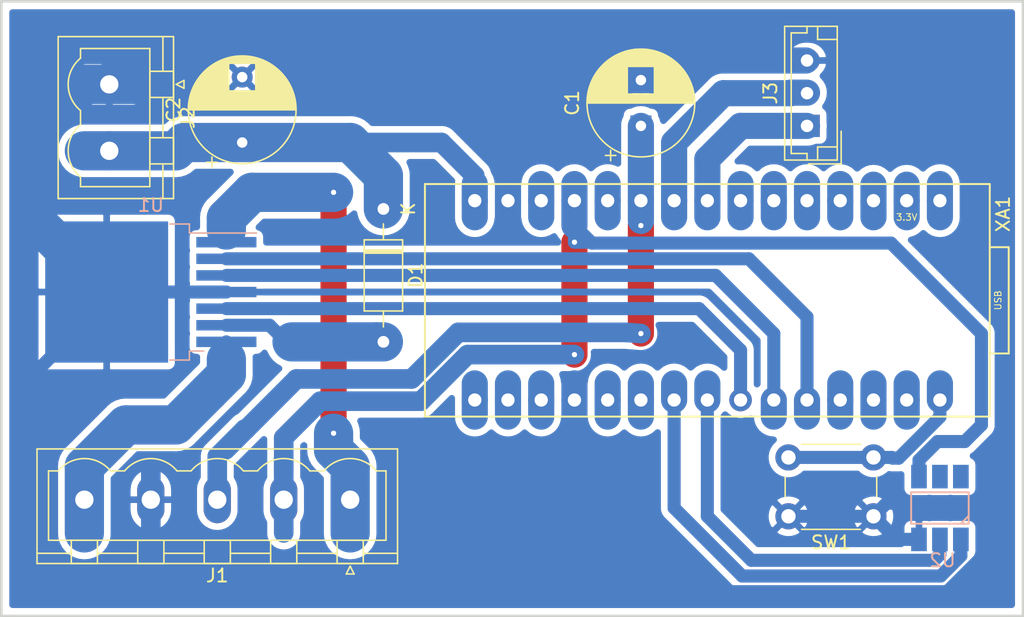
<source format=kicad_pcb>
(kicad_pcb (version 20171130) (host pcbnew 5.1.0)

  (general
    (thickness 1.6)
    (drawings 4)
    (tracks 195)
    (zones 0)
    (modules 10)
    (nets 16)
  )

  (page A4)
  (layers
    (0 F.Cu signal)
    (31 B.Cu signal)
    (32 B.Adhes user)
    (33 F.Adhes user)
    (34 B.Paste user)
    (35 F.Paste user)
    (36 B.SilkS user)
    (37 F.SilkS user)
    (38 B.Mask user)
    (39 F.Mask user)
    (40 Dwgs.User user)
    (41 Cmts.User user)
    (42 Eco1.User user)
    (43 Eco2.User user)
    (44 Edge.Cuts user)
    (45 Margin user)
    (46 B.CrtYd user)
    (47 F.CrtYd user)
    (48 B.Fab user)
    (49 F.Fab user)
  )

  (setup
    (last_trace_width 3)
    (user_trace_width 1)
    (user_trace_width 1.5)
    (user_trace_width 2)
    (user_trace_width 3)
    (trace_clearance 0.2)
    (zone_clearance 0.508)
    (zone_45_only no)
    (trace_min 0.2)
    (via_size 0.8)
    (via_drill 0.4)
    (via_min_size 0.4)
    (via_min_drill 0.3)
    (uvia_size 0.3)
    (uvia_drill 0.1)
    (uvias_allowed no)
    (uvia_min_size 0.2)
    (uvia_min_drill 0.1)
    (edge_width 0.1)
    (segment_width 0.2)
    (pcb_text_width 0.3)
    (pcb_text_size 1.5 1.5)
    (mod_edge_width 0.15)
    (mod_text_size 1 1)
    (mod_text_width 0.15)
    (pad_size 1.5 1.5)
    (pad_drill 0.6)
    (pad_to_mask_clearance 0)
    (aux_axis_origin 0 0)
    (visible_elements 7FFFFFFF)
    (pcbplotparams
      (layerselection 0x010fc_ffffffff)
      (usegerberextensions false)
      (usegerberattributes false)
      (usegerberadvancedattributes false)
      (creategerberjobfile false)
      (excludeedgelayer true)
      (linewidth 0.100000)
      (plotframeref false)
      (viasonmask false)
      (mode 1)
      (useauxorigin false)
      (hpglpennumber 1)
      (hpglpenspeed 20)
      (hpglpendiameter 15.000000)
      (psnegative false)
      (psa4output false)
      (plotreference true)
      (plotvalue true)
      (plotinvisibletext false)
      (padsonsilk false)
      (subtractmaskfromsilk false)
      (outputformat 1)
      (mirror false)
      (drillshape 1)
      (scaleselection 1)
      (outputdirectory ""))
  )

  (net 0 "")
  (net 1 LED_DIN)
  (net 2 LED_CIN)
  (net 3 5V)
  (net 4 GND)
  (net 5 M1)
  (net 6 M_ERR)
  (net 7 M_IN_2)
  (net 8 "Net-(D1-Pad2)")
  (net 9 M2)
  (net 10 SERVO_POTI)
  (net 11 12V)
  (net 12 SDA)
  (net 13 SCL)
  (net 14 Calibrate)
  (net 15 M_IN_1)

  (net_class Default "This is the default net class."
    (clearance 0.2)
    (trace_width 2)
    (via_dia 0.8)
    (via_drill 0.4)
    (uvia_dia 0.3)
    (uvia_drill 0.1)
    (add_net 12V)
    (add_net 5V)
    (add_net Calibrate)
    (add_net GND)
    (add_net LED_CIN)
    (add_net LED_DIN)
    (add_net M1)
    (add_net M2)
    (add_net M_ERR)
    (add_net M_IN_1)
    (add_net M_IN_2)
    (add_net "Net-(D1-Pad2)")
    (add_net SCL)
    (add_net SDA)
    (add_net SERVO_POTI)
  )

  (module Diode_THT:D_A-405_P10.16mm_Horizontal (layer F.Cu) (tedit 5AE50CD5) (tstamp 5CA31EB1)
    (at 187.96 40.64 270)
    (descr "Diode, A-405 series, Axial, Horizontal, pin pitch=10.16mm, , length*diameter=5.2*2.7mm^2, , http://www.diodes.com/_files/packages/A-405.pdf")
    (tags "Diode A-405 series Axial Horizontal pin pitch 10.16mm  length 5.2mm diameter 2.7mm")
    (path /5CA08132)
    (fp_text reference D1 (at 5.08 -2.47 270) (layer F.SilkS)
      (effects (font (size 1 1) (thickness 0.15)))
    )
    (fp_text value DIODE (at 5.08 2.47 270) (layer F.Fab)
      (effects (font (size 1 1) (thickness 0.15)))
    )
    (fp_text user K (at 0 -1.9 270) (layer F.SilkS)
      (effects (font (size 1 1) (thickness 0.15)))
    )
    (fp_text user K (at 0 -1.9 270) (layer F.Fab)
      (effects (font (size 1 1) (thickness 0.15)))
    )
    (fp_text user %R (at 5.47 0 270) (layer F.Fab)
      (effects (font (size 1 1) (thickness 0.15)))
    )
    (fp_line (start 11.31 -1.6) (end -1.15 -1.6) (layer F.CrtYd) (width 0.05))
    (fp_line (start 11.31 1.6) (end 11.31 -1.6) (layer F.CrtYd) (width 0.05))
    (fp_line (start -1.15 1.6) (end 11.31 1.6) (layer F.CrtYd) (width 0.05))
    (fp_line (start -1.15 -1.6) (end -1.15 1.6) (layer F.CrtYd) (width 0.05))
    (fp_line (start 3.14 -1.47) (end 3.14 1.47) (layer F.SilkS) (width 0.12))
    (fp_line (start 3.38 -1.47) (end 3.38 1.47) (layer F.SilkS) (width 0.12))
    (fp_line (start 3.26 -1.47) (end 3.26 1.47) (layer F.SilkS) (width 0.12))
    (fp_line (start 9.02 0) (end 7.8 0) (layer F.SilkS) (width 0.12))
    (fp_line (start 1.14 0) (end 2.36 0) (layer F.SilkS) (width 0.12))
    (fp_line (start 7.8 -1.47) (end 2.36 -1.47) (layer F.SilkS) (width 0.12))
    (fp_line (start 7.8 1.47) (end 7.8 -1.47) (layer F.SilkS) (width 0.12))
    (fp_line (start 2.36 1.47) (end 7.8 1.47) (layer F.SilkS) (width 0.12))
    (fp_line (start 2.36 -1.47) (end 2.36 1.47) (layer F.SilkS) (width 0.12))
    (fp_line (start 3.16 -1.35) (end 3.16 1.35) (layer F.Fab) (width 0.1))
    (fp_line (start 3.36 -1.35) (end 3.36 1.35) (layer F.Fab) (width 0.1))
    (fp_line (start 3.26 -1.35) (end 3.26 1.35) (layer F.Fab) (width 0.1))
    (fp_line (start 10.16 0) (end 7.68 0) (layer F.Fab) (width 0.1))
    (fp_line (start 0 0) (end 2.48 0) (layer F.Fab) (width 0.1))
    (fp_line (start 7.68 -1.35) (end 2.48 -1.35) (layer F.Fab) (width 0.1))
    (fp_line (start 7.68 1.35) (end 7.68 -1.35) (layer F.Fab) (width 0.1))
    (fp_line (start 2.48 1.35) (end 7.68 1.35) (layer F.Fab) (width 0.1))
    (fp_line (start 2.48 -1.35) (end 2.48 1.35) (layer F.Fab) (width 0.1))
    (pad 2 thru_hole oval (at 10.16 0 270) (size 1.8 1.8) (drill 0.9) (layers *.Cu *.Mask)
      (net 8 "Net-(D1-Pad2)"))
    (pad 1 thru_hole rect (at 0 0 270) (size 1.8 1.8) (drill 0.9) (layers *.Cu *.Mask)
      (net 11 12V))
    (model ${KISYS3DMOD}/Diode_THT.3dshapes/D_A-405_P10.16mm_Horizontal.wrl
      (at (xyz 0 0 0))
      (scale (xyz 1 1 1))
      (rotate (xyz 0 0 0))
    )
  )

  (module Connector_Phoenix_MSTB:PhoenixContact_MSTBVA_2,5_2-G-5,08_1x02_P5.08mm_Vertical (layer F.Cu) (tedit 5B785047) (tstamp 5CA24C65)
    (at 167.005 31.115 270)
    (descr "Generic Phoenix Contact connector footprint for: MSTBVA_2,5/2-G-5,08; number of pins: 02; pin pitch: 5.08mm; Vertical || order number: 1755736 12A || order number: 1924305 16A (HC)")
    (tags "phoenix_contact connector MSTBVA_01x02_G_5.08mm")
    (path /5CA08408)
    (fp_text reference J2 (at 2.54 -6 270) (layer F.SilkS)
      (effects (font (size 1 1) (thickness 0.15)))
    )
    (fp_text value "To 12V Converter" (at 2.54 5 270) (layer F.Fab)
      (effects (font (size 1 1) (thickness 0.15)))
    )
    (fp_text user %R (at 2.54 -4.1 270) (layer F.Fab)
      (effects (font (size 1 1) (thickness 0.15)))
    )
    (fp_line (start -0.5 -3.55) (end 0.5 -3.55) (layer F.Fab) (width 0.1))
    (fp_line (start 0 -2.55) (end -0.5 -3.55) (layer F.Fab) (width 0.1))
    (fp_line (start 0.5 -3.55) (end 0 -2.55) (layer F.Fab) (width 0.1))
    (fp_line (start -0.3 -5.71) (end 0.3 -5.71) (layer F.SilkS) (width 0.12))
    (fp_line (start 0 -5.11) (end -0.3 -5.71) (layer F.SilkS) (width 0.12))
    (fp_line (start 0.3 -5.71) (end 0 -5.11) (layer F.SilkS) (width 0.12))
    (fp_line (start 9.12 -5.3) (end -4.04 -5.3) (layer F.CrtYd) (width 0.05))
    (fp_line (start 9.12 4.3) (end 9.12 -5.3) (layer F.CrtYd) (width 0.05))
    (fp_line (start -4.04 4.3) (end 9.12 4.3) (layer F.CrtYd) (width 0.05))
    (fp_line (start -4.04 -5.3) (end -4.04 4.3) (layer F.CrtYd) (width 0.05))
    (fp_line (start 7.82 2.2) (end 7.08 2.2) (layer F.SilkS) (width 0.12))
    (fp_line (start 7.82 -3.1) (end 7.82 2.2) (layer F.SilkS) (width 0.12))
    (fp_line (start -2.74 -3.1) (end 7.82 -3.1) (layer F.SilkS) (width 0.12))
    (fp_line (start -2.74 2.2) (end -2.74 -3.1) (layer F.SilkS) (width 0.12))
    (fp_line (start -2 2.2) (end -2.74 2.2) (layer F.SilkS) (width 0.12))
    (fp_line (start 2 2.2) (end 3.08 2.2) (layer F.SilkS) (width 0.12))
    (fp_line (start 6.08 -3.1) (end 4.08 -3.1) (layer F.SilkS) (width 0.12))
    (fp_line (start 6.08 -4.91) (end 6.08 -3.1) (layer F.SilkS) (width 0.12))
    (fp_line (start 4.08 -4.91) (end 6.08 -4.91) (layer F.SilkS) (width 0.12))
    (fp_line (start 4.08 -3.1) (end 4.08 -4.91) (layer F.SilkS) (width 0.12))
    (fp_line (start 1 -3.1) (end -1 -3.1) (layer F.SilkS) (width 0.12))
    (fp_line (start 1 -4.91) (end 1 -3.1) (layer F.SilkS) (width 0.12))
    (fp_line (start -1 -4.91) (end 1 -4.91) (layer F.SilkS) (width 0.12))
    (fp_line (start -1 -3.1) (end -1 -4.91) (layer F.SilkS) (width 0.12))
    (fp_line (start 1 -4.1) (end 4.08 -4.1) (layer F.SilkS) (width 0.12))
    (fp_line (start 8.73 -4.1) (end 6.19 -4.1) (layer F.SilkS) (width 0.12))
    (fp_line (start -3.65 -4.1) (end -1.11 -4.1) (layer F.SilkS) (width 0.12))
    (fp_line (start 8.62 -4.8) (end -3.54 -4.8) (layer F.Fab) (width 0.1))
    (fp_line (start 8.62 3.8) (end 8.62 -4.8) (layer F.Fab) (width 0.1))
    (fp_line (start -3.54 3.8) (end 8.62 3.8) (layer F.Fab) (width 0.1))
    (fp_line (start -3.54 -4.8) (end -3.54 3.8) (layer F.Fab) (width 0.1))
    (fp_line (start 8.73 -4.91) (end -3.65 -4.91) (layer F.SilkS) (width 0.12))
    (fp_line (start 8.73 3.91) (end 8.73 -4.91) (layer F.SilkS) (width 0.12))
    (fp_line (start -3.65 3.91) (end 8.73 3.91) (layer F.SilkS) (width 0.12))
    (fp_line (start -3.65 -4.91) (end -3.65 3.91) (layer F.SilkS) (width 0.12))
    (fp_arc (start 5.08 0.55) (end 3.08 2.2) (angle -100.5) (layer F.SilkS) (width 0.12))
    (fp_arc (start 0 0.55) (end -2 2.2) (angle -100.5) (layer F.SilkS) (width 0.12))
    (pad 2 thru_hole oval (at 5.08 0 270) (size 2.08 3.6) (drill 1.4) (layers *.Cu *.Mask)
      (net 11 12V))
    (pad 1 thru_hole roundrect (at 0 0 270) (size 2.08 3.6) (drill 1.4) (layers *.Cu *.Mask) (roundrect_rratio 0.120192)
      (net 4 GND))
    (model ${KISYS3DMOD}/Connector_Phoenix_MSTB.3dshapes/PhoenixContact_MSTBVA_2,5_2-G-5,08_1x02_P5.08mm_Vertical.wrl
      (at (xyz 0 0 0))
      (scale (xyz 1 1 1))
      (rotate (xyz 0 0 0))
    )
  )

  (module Capacitor_THT:CP_Radial_D8.0mm_P3.50mm (layer F.Cu) (tedit 5AE50EF0) (tstamp 5CA394E5)
    (at 207.645 34.29 90)
    (descr "CP, Radial series, Radial, pin pitch=3.50mm, , diameter=8mm, Electrolytic Capacitor")
    (tags "CP Radial series Radial pin pitch 3.50mm  diameter 8mm Electrolytic Capacitor")
    (path /5CA0C844)
    (fp_text reference C1 (at 1.75 -5.25 90) (layer F.SilkS)
      (effects (font (size 1 1) (thickness 0.15)))
    )
    (fp_text value C (at 1.75 5.25 90) (layer F.Fab)
      (effects (font (size 1 1) (thickness 0.15)))
    )
    (fp_circle (center 1.75 0) (end 5.75 0) (layer F.Fab) (width 0.1))
    (fp_circle (center 1.75 0) (end 5.87 0) (layer F.SilkS) (width 0.12))
    (fp_circle (center 1.75 0) (end 6 0) (layer F.CrtYd) (width 0.05))
    (fp_line (start -1.676759 -1.7475) (end -0.876759 -1.7475) (layer F.Fab) (width 0.1))
    (fp_line (start -1.276759 -2.1475) (end -1.276759 -1.3475) (layer F.Fab) (width 0.1))
    (fp_line (start 1.75 -4.08) (end 1.75 4.08) (layer F.SilkS) (width 0.12))
    (fp_line (start 1.79 -4.08) (end 1.79 4.08) (layer F.SilkS) (width 0.12))
    (fp_line (start 1.83 -4.08) (end 1.83 4.08) (layer F.SilkS) (width 0.12))
    (fp_line (start 1.87 -4.079) (end 1.87 4.079) (layer F.SilkS) (width 0.12))
    (fp_line (start 1.91 -4.077) (end 1.91 4.077) (layer F.SilkS) (width 0.12))
    (fp_line (start 1.95 -4.076) (end 1.95 4.076) (layer F.SilkS) (width 0.12))
    (fp_line (start 1.99 -4.074) (end 1.99 4.074) (layer F.SilkS) (width 0.12))
    (fp_line (start 2.03 -4.071) (end 2.03 4.071) (layer F.SilkS) (width 0.12))
    (fp_line (start 2.07 -4.068) (end 2.07 4.068) (layer F.SilkS) (width 0.12))
    (fp_line (start 2.11 -4.065) (end 2.11 4.065) (layer F.SilkS) (width 0.12))
    (fp_line (start 2.15 -4.061) (end 2.15 4.061) (layer F.SilkS) (width 0.12))
    (fp_line (start 2.19 -4.057) (end 2.19 4.057) (layer F.SilkS) (width 0.12))
    (fp_line (start 2.23 -4.052) (end 2.23 4.052) (layer F.SilkS) (width 0.12))
    (fp_line (start 2.27 -4.048) (end 2.27 4.048) (layer F.SilkS) (width 0.12))
    (fp_line (start 2.31 -4.042) (end 2.31 4.042) (layer F.SilkS) (width 0.12))
    (fp_line (start 2.35 -4.037) (end 2.35 4.037) (layer F.SilkS) (width 0.12))
    (fp_line (start 2.39 -4.03) (end 2.39 4.03) (layer F.SilkS) (width 0.12))
    (fp_line (start 2.43 -4.024) (end 2.43 4.024) (layer F.SilkS) (width 0.12))
    (fp_line (start 2.471 -4.017) (end 2.471 -1.04) (layer F.SilkS) (width 0.12))
    (fp_line (start 2.471 1.04) (end 2.471 4.017) (layer F.SilkS) (width 0.12))
    (fp_line (start 2.511 -4.01) (end 2.511 -1.04) (layer F.SilkS) (width 0.12))
    (fp_line (start 2.511 1.04) (end 2.511 4.01) (layer F.SilkS) (width 0.12))
    (fp_line (start 2.551 -4.002) (end 2.551 -1.04) (layer F.SilkS) (width 0.12))
    (fp_line (start 2.551 1.04) (end 2.551 4.002) (layer F.SilkS) (width 0.12))
    (fp_line (start 2.591 -3.994) (end 2.591 -1.04) (layer F.SilkS) (width 0.12))
    (fp_line (start 2.591 1.04) (end 2.591 3.994) (layer F.SilkS) (width 0.12))
    (fp_line (start 2.631 -3.985) (end 2.631 -1.04) (layer F.SilkS) (width 0.12))
    (fp_line (start 2.631 1.04) (end 2.631 3.985) (layer F.SilkS) (width 0.12))
    (fp_line (start 2.671 -3.976) (end 2.671 -1.04) (layer F.SilkS) (width 0.12))
    (fp_line (start 2.671 1.04) (end 2.671 3.976) (layer F.SilkS) (width 0.12))
    (fp_line (start 2.711 -3.967) (end 2.711 -1.04) (layer F.SilkS) (width 0.12))
    (fp_line (start 2.711 1.04) (end 2.711 3.967) (layer F.SilkS) (width 0.12))
    (fp_line (start 2.751 -3.957) (end 2.751 -1.04) (layer F.SilkS) (width 0.12))
    (fp_line (start 2.751 1.04) (end 2.751 3.957) (layer F.SilkS) (width 0.12))
    (fp_line (start 2.791 -3.947) (end 2.791 -1.04) (layer F.SilkS) (width 0.12))
    (fp_line (start 2.791 1.04) (end 2.791 3.947) (layer F.SilkS) (width 0.12))
    (fp_line (start 2.831 -3.936) (end 2.831 -1.04) (layer F.SilkS) (width 0.12))
    (fp_line (start 2.831 1.04) (end 2.831 3.936) (layer F.SilkS) (width 0.12))
    (fp_line (start 2.871 -3.925) (end 2.871 -1.04) (layer F.SilkS) (width 0.12))
    (fp_line (start 2.871 1.04) (end 2.871 3.925) (layer F.SilkS) (width 0.12))
    (fp_line (start 2.911 -3.914) (end 2.911 -1.04) (layer F.SilkS) (width 0.12))
    (fp_line (start 2.911 1.04) (end 2.911 3.914) (layer F.SilkS) (width 0.12))
    (fp_line (start 2.951 -3.902) (end 2.951 -1.04) (layer F.SilkS) (width 0.12))
    (fp_line (start 2.951 1.04) (end 2.951 3.902) (layer F.SilkS) (width 0.12))
    (fp_line (start 2.991 -3.889) (end 2.991 -1.04) (layer F.SilkS) (width 0.12))
    (fp_line (start 2.991 1.04) (end 2.991 3.889) (layer F.SilkS) (width 0.12))
    (fp_line (start 3.031 -3.877) (end 3.031 -1.04) (layer F.SilkS) (width 0.12))
    (fp_line (start 3.031 1.04) (end 3.031 3.877) (layer F.SilkS) (width 0.12))
    (fp_line (start 3.071 -3.863) (end 3.071 -1.04) (layer F.SilkS) (width 0.12))
    (fp_line (start 3.071 1.04) (end 3.071 3.863) (layer F.SilkS) (width 0.12))
    (fp_line (start 3.111 -3.85) (end 3.111 -1.04) (layer F.SilkS) (width 0.12))
    (fp_line (start 3.111 1.04) (end 3.111 3.85) (layer F.SilkS) (width 0.12))
    (fp_line (start 3.151 -3.835) (end 3.151 -1.04) (layer F.SilkS) (width 0.12))
    (fp_line (start 3.151 1.04) (end 3.151 3.835) (layer F.SilkS) (width 0.12))
    (fp_line (start 3.191 -3.821) (end 3.191 -1.04) (layer F.SilkS) (width 0.12))
    (fp_line (start 3.191 1.04) (end 3.191 3.821) (layer F.SilkS) (width 0.12))
    (fp_line (start 3.231 -3.805) (end 3.231 -1.04) (layer F.SilkS) (width 0.12))
    (fp_line (start 3.231 1.04) (end 3.231 3.805) (layer F.SilkS) (width 0.12))
    (fp_line (start 3.271 -3.79) (end 3.271 -1.04) (layer F.SilkS) (width 0.12))
    (fp_line (start 3.271 1.04) (end 3.271 3.79) (layer F.SilkS) (width 0.12))
    (fp_line (start 3.311 -3.774) (end 3.311 -1.04) (layer F.SilkS) (width 0.12))
    (fp_line (start 3.311 1.04) (end 3.311 3.774) (layer F.SilkS) (width 0.12))
    (fp_line (start 3.351 -3.757) (end 3.351 -1.04) (layer F.SilkS) (width 0.12))
    (fp_line (start 3.351 1.04) (end 3.351 3.757) (layer F.SilkS) (width 0.12))
    (fp_line (start 3.391 -3.74) (end 3.391 -1.04) (layer F.SilkS) (width 0.12))
    (fp_line (start 3.391 1.04) (end 3.391 3.74) (layer F.SilkS) (width 0.12))
    (fp_line (start 3.431 -3.722) (end 3.431 -1.04) (layer F.SilkS) (width 0.12))
    (fp_line (start 3.431 1.04) (end 3.431 3.722) (layer F.SilkS) (width 0.12))
    (fp_line (start 3.471 -3.704) (end 3.471 -1.04) (layer F.SilkS) (width 0.12))
    (fp_line (start 3.471 1.04) (end 3.471 3.704) (layer F.SilkS) (width 0.12))
    (fp_line (start 3.511 -3.686) (end 3.511 -1.04) (layer F.SilkS) (width 0.12))
    (fp_line (start 3.511 1.04) (end 3.511 3.686) (layer F.SilkS) (width 0.12))
    (fp_line (start 3.551 -3.666) (end 3.551 -1.04) (layer F.SilkS) (width 0.12))
    (fp_line (start 3.551 1.04) (end 3.551 3.666) (layer F.SilkS) (width 0.12))
    (fp_line (start 3.591 -3.647) (end 3.591 -1.04) (layer F.SilkS) (width 0.12))
    (fp_line (start 3.591 1.04) (end 3.591 3.647) (layer F.SilkS) (width 0.12))
    (fp_line (start 3.631 -3.627) (end 3.631 -1.04) (layer F.SilkS) (width 0.12))
    (fp_line (start 3.631 1.04) (end 3.631 3.627) (layer F.SilkS) (width 0.12))
    (fp_line (start 3.671 -3.606) (end 3.671 -1.04) (layer F.SilkS) (width 0.12))
    (fp_line (start 3.671 1.04) (end 3.671 3.606) (layer F.SilkS) (width 0.12))
    (fp_line (start 3.711 -3.584) (end 3.711 -1.04) (layer F.SilkS) (width 0.12))
    (fp_line (start 3.711 1.04) (end 3.711 3.584) (layer F.SilkS) (width 0.12))
    (fp_line (start 3.751 -3.562) (end 3.751 -1.04) (layer F.SilkS) (width 0.12))
    (fp_line (start 3.751 1.04) (end 3.751 3.562) (layer F.SilkS) (width 0.12))
    (fp_line (start 3.791 -3.54) (end 3.791 -1.04) (layer F.SilkS) (width 0.12))
    (fp_line (start 3.791 1.04) (end 3.791 3.54) (layer F.SilkS) (width 0.12))
    (fp_line (start 3.831 -3.517) (end 3.831 -1.04) (layer F.SilkS) (width 0.12))
    (fp_line (start 3.831 1.04) (end 3.831 3.517) (layer F.SilkS) (width 0.12))
    (fp_line (start 3.871 -3.493) (end 3.871 -1.04) (layer F.SilkS) (width 0.12))
    (fp_line (start 3.871 1.04) (end 3.871 3.493) (layer F.SilkS) (width 0.12))
    (fp_line (start 3.911 -3.469) (end 3.911 -1.04) (layer F.SilkS) (width 0.12))
    (fp_line (start 3.911 1.04) (end 3.911 3.469) (layer F.SilkS) (width 0.12))
    (fp_line (start 3.951 -3.444) (end 3.951 -1.04) (layer F.SilkS) (width 0.12))
    (fp_line (start 3.951 1.04) (end 3.951 3.444) (layer F.SilkS) (width 0.12))
    (fp_line (start 3.991 -3.418) (end 3.991 -1.04) (layer F.SilkS) (width 0.12))
    (fp_line (start 3.991 1.04) (end 3.991 3.418) (layer F.SilkS) (width 0.12))
    (fp_line (start 4.031 -3.392) (end 4.031 -1.04) (layer F.SilkS) (width 0.12))
    (fp_line (start 4.031 1.04) (end 4.031 3.392) (layer F.SilkS) (width 0.12))
    (fp_line (start 4.071 -3.365) (end 4.071 -1.04) (layer F.SilkS) (width 0.12))
    (fp_line (start 4.071 1.04) (end 4.071 3.365) (layer F.SilkS) (width 0.12))
    (fp_line (start 4.111 -3.338) (end 4.111 -1.04) (layer F.SilkS) (width 0.12))
    (fp_line (start 4.111 1.04) (end 4.111 3.338) (layer F.SilkS) (width 0.12))
    (fp_line (start 4.151 -3.309) (end 4.151 -1.04) (layer F.SilkS) (width 0.12))
    (fp_line (start 4.151 1.04) (end 4.151 3.309) (layer F.SilkS) (width 0.12))
    (fp_line (start 4.191 -3.28) (end 4.191 -1.04) (layer F.SilkS) (width 0.12))
    (fp_line (start 4.191 1.04) (end 4.191 3.28) (layer F.SilkS) (width 0.12))
    (fp_line (start 4.231 -3.25) (end 4.231 -1.04) (layer F.SilkS) (width 0.12))
    (fp_line (start 4.231 1.04) (end 4.231 3.25) (layer F.SilkS) (width 0.12))
    (fp_line (start 4.271 -3.22) (end 4.271 -1.04) (layer F.SilkS) (width 0.12))
    (fp_line (start 4.271 1.04) (end 4.271 3.22) (layer F.SilkS) (width 0.12))
    (fp_line (start 4.311 -3.189) (end 4.311 -1.04) (layer F.SilkS) (width 0.12))
    (fp_line (start 4.311 1.04) (end 4.311 3.189) (layer F.SilkS) (width 0.12))
    (fp_line (start 4.351 -3.156) (end 4.351 -1.04) (layer F.SilkS) (width 0.12))
    (fp_line (start 4.351 1.04) (end 4.351 3.156) (layer F.SilkS) (width 0.12))
    (fp_line (start 4.391 -3.124) (end 4.391 -1.04) (layer F.SilkS) (width 0.12))
    (fp_line (start 4.391 1.04) (end 4.391 3.124) (layer F.SilkS) (width 0.12))
    (fp_line (start 4.431 -3.09) (end 4.431 -1.04) (layer F.SilkS) (width 0.12))
    (fp_line (start 4.431 1.04) (end 4.431 3.09) (layer F.SilkS) (width 0.12))
    (fp_line (start 4.471 -3.055) (end 4.471 -1.04) (layer F.SilkS) (width 0.12))
    (fp_line (start 4.471 1.04) (end 4.471 3.055) (layer F.SilkS) (width 0.12))
    (fp_line (start 4.511 -3.019) (end 4.511 -1.04) (layer F.SilkS) (width 0.12))
    (fp_line (start 4.511 1.04) (end 4.511 3.019) (layer F.SilkS) (width 0.12))
    (fp_line (start 4.551 -2.983) (end 4.551 2.983) (layer F.SilkS) (width 0.12))
    (fp_line (start 4.591 -2.945) (end 4.591 2.945) (layer F.SilkS) (width 0.12))
    (fp_line (start 4.631 -2.907) (end 4.631 2.907) (layer F.SilkS) (width 0.12))
    (fp_line (start 4.671 -2.867) (end 4.671 2.867) (layer F.SilkS) (width 0.12))
    (fp_line (start 4.711 -2.826) (end 4.711 2.826) (layer F.SilkS) (width 0.12))
    (fp_line (start 4.751 -2.784) (end 4.751 2.784) (layer F.SilkS) (width 0.12))
    (fp_line (start 4.791 -2.741) (end 4.791 2.741) (layer F.SilkS) (width 0.12))
    (fp_line (start 4.831 -2.697) (end 4.831 2.697) (layer F.SilkS) (width 0.12))
    (fp_line (start 4.871 -2.651) (end 4.871 2.651) (layer F.SilkS) (width 0.12))
    (fp_line (start 4.911 -2.604) (end 4.911 2.604) (layer F.SilkS) (width 0.12))
    (fp_line (start 4.951 -2.556) (end 4.951 2.556) (layer F.SilkS) (width 0.12))
    (fp_line (start 4.991 -2.505) (end 4.991 2.505) (layer F.SilkS) (width 0.12))
    (fp_line (start 5.031 -2.454) (end 5.031 2.454) (layer F.SilkS) (width 0.12))
    (fp_line (start 5.071 -2.4) (end 5.071 2.4) (layer F.SilkS) (width 0.12))
    (fp_line (start 5.111 -2.345) (end 5.111 2.345) (layer F.SilkS) (width 0.12))
    (fp_line (start 5.151 -2.287) (end 5.151 2.287) (layer F.SilkS) (width 0.12))
    (fp_line (start 5.191 -2.228) (end 5.191 2.228) (layer F.SilkS) (width 0.12))
    (fp_line (start 5.231 -2.166) (end 5.231 2.166) (layer F.SilkS) (width 0.12))
    (fp_line (start 5.271 -2.102) (end 5.271 2.102) (layer F.SilkS) (width 0.12))
    (fp_line (start 5.311 -2.034) (end 5.311 2.034) (layer F.SilkS) (width 0.12))
    (fp_line (start 5.351 -1.964) (end 5.351 1.964) (layer F.SilkS) (width 0.12))
    (fp_line (start 5.391 -1.89) (end 5.391 1.89) (layer F.SilkS) (width 0.12))
    (fp_line (start 5.431 -1.813) (end 5.431 1.813) (layer F.SilkS) (width 0.12))
    (fp_line (start 5.471 -1.731) (end 5.471 1.731) (layer F.SilkS) (width 0.12))
    (fp_line (start 5.511 -1.645) (end 5.511 1.645) (layer F.SilkS) (width 0.12))
    (fp_line (start 5.551 -1.552) (end 5.551 1.552) (layer F.SilkS) (width 0.12))
    (fp_line (start 5.591 -1.453) (end 5.591 1.453) (layer F.SilkS) (width 0.12))
    (fp_line (start 5.631 -1.346) (end 5.631 1.346) (layer F.SilkS) (width 0.12))
    (fp_line (start 5.671 -1.229) (end 5.671 1.229) (layer F.SilkS) (width 0.12))
    (fp_line (start 5.711 -1.098) (end 5.711 1.098) (layer F.SilkS) (width 0.12))
    (fp_line (start 5.751 -0.948) (end 5.751 0.948) (layer F.SilkS) (width 0.12))
    (fp_line (start 5.791 -0.768) (end 5.791 0.768) (layer F.SilkS) (width 0.12))
    (fp_line (start 5.831 -0.533) (end 5.831 0.533) (layer F.SilkS) (width 0.12))
    (fp_line (start -2.659698 -2.315) (end -1.859698 -2.315) (layer F.SilkS) (width 0.12))
    (fp_line (start -2.259698 -2.715) (end -2.259698 -1.915) (layer F.SilkS) (width 0.12))
    (fp_text user %R (at 0.635 -1.905 90) (layer F.Fab)
      (effects (font (size 1 1) (thickness 0.15)))
    )
    (pad 1 thru_hole rect (at 0 0 90) (size 1.6 1.6) (drill 0.8) (layers *.Cu *.Mask)
      (net 10 SERVO_POTI))
    (pad 2 thru_hole circle (at 3.5 0 90) (size 1.6 1.6) (drill 0.8) (layers *.Cu *.Mask)
      (net 4 GND))
    (model ${KISYS3DMOD}/Capacitor_THT.3dshapes/CP_Radial_D8.0mm_P3.50mm.wrl
      (at (xyz 0 0 0))
      (scale (xyz 1 1 1))
      (rotate (xyz 0 0 0))
    )
  )

  (module Capacitor_THT:CP_Radial_D8.0mm_P5.00mm (layer F.Cu) (tedit 5AE50EF0) (tstamp 5CA3943C)
    (at 177.165 35.56 90)
    (descr "CP, Radial series, Radial, pin pitch=5.00mm, , diameter=8mm, Electrolytic Capacitor")
    (tags "CP Radial series Radial pin pitch 5.00mm  diameter 8mm Electrolytic Capacitor")
    (path /5CA082DF)
    (fp_text reference C2 (at 2.5 -5.25 90) (layer F.SilkS)
      (effects (font (size 1 1) (thickness 0.15)))
    )
    (fp_text value CP (at 2.5 5.25 90) (layer F.Fab)
      (effects (font (size 1 1) (thickness 0.15)))
    )
    (fp_circle (center 2.5 0) (end 6.5 0) (layer F.Fab) (width 0.1))
    (fp_circle (center 2.5 0) (end 6.62 0) (layer F.SilkS) (width 0.12))
    (fp_circle (center 2.5 0) (end 6.75 0) (layer F.CrtYd) (width 0.05))
    (fp_line (start -0.926759 -1.7475) (end -0.126759 -1.7475) (layer F.Fab) (width 0.1))
    (fp_line (start -0.526759 -2.1475) (end -0.526759 -1.3475) (layer F.Fab) (width 0.1))
    (fp_line (start 2.5 -4.08) (end 2.5 4.08) (layer F.SilkS) (width 0.12))
    (fp_line (start 2.54 -4.08) (end 2.54 4.08) (layer F.SilkS) (width 0.12))
    (fp_line (start 2.58 -4.08) (end 2.58 4.08) (layer F.SilkS) (width 0.12))
    (fp_line (start 2.62 -4.079) (end 2.62 4.079) (layer F.SilkS) (width 0.12))
    (fp_line (start 2.66 -4.077) (end 2.66 4.077) (layer F.SilkS) (width 0.12))
    (fp_line (start 2.7 -4.076) (end 2.7 4.076) (layer F.SilkS) (width 0.12))
    (fp_line (start 2.74 -4.074) (end 2.74 4.074) (layer F.SilkS) (width 0.12))
    (fp_line (start 2.78 -4.071) (end 2.78 4.071) (layer F.SilkS) (width 0.12))
    (fp_line (start 2.82 -4.068) (end 2.82 4.068) (layer F.SilkS) (width 0.12))
    (fp_line (start 2.86 -4.065) (end 2.86 4.065) (layer F.SilkS) (width 0.12))
    (fp_line (start 2.9 -4.061) (end 2.9 4.061) (layer F.SilkS) (width 0.12))
    (fp_line (start 2.94 -4.057) (end 2.94 4.057) (layer F.SilkS) (width 0.12))
    (fp_line (start 2.98 -4.052) (end 2.98 4.052) (layer F.SilkS) (width 0.12))
    (fp_line (start 3.02 -4.048) (end 3.02 4.048) (layer F.SilkS) (width 0.12))
    (fp_line (start 3.06 -4.042) (end 3.06 4.042) (layer F.SilkS) (width 0.12))
    (fp_line (start 3.1 -4.037) (end 3.1 4.037) (layer F.SilkS) (width 0.12))
    (fp_line (start 3.14 -4.03) (end 3.14 4.03) (layer F.SilkS) (width 0.12))
    (fp_line (start 3.18 -4.024) (end 3.18 4.024) (layer F.SilkS) (width 0.12))
    (fp_line (start 3.221 -4.017) (end 3.221 4.017) (layer F.SilkS) (width 0.12))
    (fp_line (start 3.261 -4.01) (end 3.261 4.01) (layer F.SilkS) (width 0.12))
    (fp_line (start 3.301 -4.002) (end 3.301 4.002) (layer F.SilkS) (width 0.12))
    (fp_line (start 3.341 -3.994) (end 3.341 3.994) (layer F.SilkS) (width 0.12))
    (fp_line (start 3.381 -3.985) (end 3.381 3.985) (layer F.SilkS) (width 0.12))
    (fp_line (start 3.421 -3.976) (end 3.421 3.976) (layer F.SilkS) (width 0.12))
    (fp_line (start 3.461 -3.967) (end 3.461 3.967) (layer F.SilkS) (width 0.12))
    (fp_line (start 3.501 -3.957) (end 3.501 3.957) (layer F.SilkS) (width 0.12))
    (fp_line (start 3.541 -3.947) (end 3.541 3.947) (layer F.SilkS) (width 0.12))
    (fp_line (start 3.581 -3.936) (end 3.581 3.936) (layer F.SilkS) (width 0.12))
    (fp_line (start 3.621 -3.925) (end 3.621 3.925) (layer F.SilkS) (width 0.12))
    (fp_line (start 3.661 -3.914) (end 3.661 3.914) (layer F.SilkS) (width 0.12))
    (fp_line (start 3.701 -3.902) (end 3.701 3.902) (layer F.SilkS) (width 0.12))
    (fp_line (start 3.741 -3.889) (end 3.741 3.889) (layer F.SilkS) (width 0.12))
    (fp_line (start 3.781 -3.877) (end 3.781 3.877) (layer F.SilkS) (width 0.12))
    (fp_line (start 3.821 -3.863) (end 3.821 3.863) (layer F.SilkS) (width 0.12))
    (fp_line (start 3.861 -3.85) (end 3.861 3.85) (layer F.SilkS) (width 0.12))
    (fp_line (start 3.901 -3.835) (end 3.901 3.835) (layer F.SilkS) (width 0.12))
    (fp_line (start 3.941 -3.821) (end 3.941 3.821) (layer F.SilkS) (width 0.12))
    (fp_line (start 3.981 -3.805) (end 3.981 -1.04) (layer F.SilkS) (width 0.12))
    (fp_line (start 3.981 1.04) (end 3.981 3.805) (layer F.SilkS) (width 0.12))
    (fp_line (start 4.021 -3.79) (end 4.021 -1.04) (layer F.SilkS) (width 0.12))
    (fp_line (start 4.021 1.04) (end 4.021 3.79) (layer F.SilkS) (width 0.12))
    (fp_line (start 4.061 -3.774) (end 4.061 -1.04) (layer F.SilkS) (width 0.12))
    (fp_line (start 4.061 1.04) (end 4.061 3.774) (layer F.SilkS) (width 0.12))
    (fp_line (start 4.101 -3.757) (end 4.101 -1.04) (layer F.SilkS) (width 0.12))
    (fp_line (start 4.101 1.04) (end 4.101 3.757) (layer F.SilkS) (width 0.12))
    (fp_line (start 4.141 -3.74) (end 4.141 -1.04) (layer F.SilkS) (width 0.12))
    (fp_line (start 4.141 1.04) (end 4.141 3.74) (layer F.SilkS) (width 0.12))
    (fp_line (start 4.181 -3.722) (end 4.181 -1.04) (layer F.SilkS) (width 0.12))
    (fp_line (start 4.181 1.04) (end 4.181 3.722) (layer F.SilkS) (width 0.12))
    (fp_line (start 4.221 -3.704) (end 4.221 -1.04) (layer F.SilkS) (width 0.12))
    (fp_line (start 4.221 1.04) (end 4.221 3.704) (layer F.SilkS) (width 0.12))
    (fp_line (start 4.261 -3.686) (end 4.261 -1.04) (layer F.SilkS) (width 0.12))
    (fp_line (start 4.261 1.04) (end 4.261 3.686) (layer F.SilkS) (width 0.12))
    (fp_line (start 4.301 -3.666) (end 4.301 -1.04) (layer F.SilkS) (width 0.12))
    (fp_line (start 4.301 1.04) (end 4.301 3.666) (layer F.SilkS) (width 0.12))
    (fp_line (start 4.341 -3.647) (end 4.341 -1.04) (layer F.SilkS) (width 0.12))
    (fp_line (start 4.341 1.04) (end 4.341 3.647) (layer F.SilkS) (width 0.12))
    (fp_line (start 4.381 -3.627) (end 4.381 -1.04) (layer F.SilkS) (width 0.12))
    (fp_line (start 4.381 1.04) (end 4.381 3.627) (layer F.SilkS) (width 0.12))
    (fp_line (start 4.421 -3.606) (end 4.421 -1.04) (layer F.SilkS) (width 0.12))
    (fp_line (start 4.421 1.04) (end 4.421 3.606) (layer F.SilkS) (width 0.12))
    (fp_line (start 4.461 -3.584) (end 4.461 -1.04) (layer F.SilkS) (width 0.12))
    (fp_line (start 4.461 1.04) (end 4.461 3.584) (layer F.SilkS) (width 0.12))
    (fp_line (start 4.501 -3.562) (end 4.501 -1.04) (layer F.SilkS) (width 0.12))
    (fp_line (start 4.501 1.04) (end 4.501 3.562) (layer F.SilkS) (width 0.12))
    (fp_line (start 4.541 -3.54) (end 4.541 -1.04) (layer F.SilkS) (width 0.12))
    (fp_line (start 4.541 1.04) (end 4.541 3.54) (layer F.SilkS) (width 0.12))
    (fp_line (start 4.581 -3.517) (end 4.581 -1.04) (layer F.SilkS) (width 0.12))
    (fp_line (start 4.581 1.04) (end 4.581 3.517) (layer F.SilkS) (width 0.12))
    (fp_line (start 4.621 -3.493) (end 4.621 -1.04) (layer F.SilkS) (width 0.12))
    (fp_line (start 4.621 1.04) (end 4.621 3.493) (layer F.SilkS) (width 0.12))
    (fp_line (start 4.661 -3.469) (end 4.661 -1.04) (layer F.SilkS) (width 0.12))
    (fp_line (start 4.661 1.04) (end 4.661 3.469) (layer F.SilkS) (width 0.12))
    (fp_line (start 4.701 -3.444) (end 4.701 -1.04) (layer F.SilkS) (width 0.12))
    (fp_line (start 4.701 1.04) (end 4.701 3.444) (layer F.SilkS) (width 0.12))
    (fp_line (start 4.741 -3.418) (end 4.741 -1.04) (layer F.SilkS) (width 0.12))
    (fp_line (start 4.741 1.04) (end 4.741 3.418) (layer F.SilkS) (width 0.12))
    (fp_line (start 4.781 -3.392) (end 4.781 -1.04) (layer F.SilkS) (width 0.12))
    (fp_line (start 4.781 1.04) (end 4.781 3.392) (layer F.SilkS) (width 0.12))
    (fp_line (start 4.821 -3.365) (end 4.821 -1.04) (layer F.SilkS) (width 0.12))
    (fp_line (start 4.821 1.04) (end 4.821 3.365) (layer F.SilkS) (width 0.12))
    (fp_line (start 4.861 -3.338) (end 4.861 -1.04) (layer F.SilkS) (width 0.12))
    (fp_line (start 4.861 1.04) (end 4.861 3.338) (layer F.SilkS) (width 0.12))
    (fp_line (start 4.901 -3.309) (end 4.901 -1.04) (layer F.SilkS) (width 0.12))
    (fp_line (start 4.901 1.04) (end 4.901 3.309) (layer F.SilkS) (width 0.12))
    (fp_line (start 4.941 -3.28) (end 4.941 -1.04) (layer F.SilkS) (width 0.12))
    (fp_line (start 4.941 1.04) (end 4.941 3.28) (layer F.SilkS) (width 0.12))
    (fp_line (start 4.981 -3.25) (end 4.981 -1.04) (layer F.SilkS) (width 0.12))
    (fp_line (start 4.981 1.04) (end 4.981 3.25) (layer F.SilkS) (width 0.12))
    (fp_line (start 5.021 -3.22) (end 5.021 -1.04) (layer F.SilkS) (width 0.12))
    (fp_line (start 5.021 1.04) (end 5.021 3.22) (layer F.SilkS) (width 0.12))
    (fp_line (start 5.061 -3.189) (end 5.061 -1.04) (layer F.SilkS) (width 0.12))
    (fp_line (start 5.061 1.04) (end 5.061 3.189) (layer F.SilkS) (width 0.12))
    (fp_line (start 5.101 -3.156) (end 5.101 -1.04) (layer F.SilkS) (width 0.12))
    (fp_line (start 5.101 1.04) (end 5.101 3.156) (layer F.SilkS) (width 0.12))
    (fp_line (start 5.141 -3.124) (end 5.141 -1.04) (layer F.SilkS) (width 0.12))
    (fp_line (start 5.141 1.04) (end 5.141 3.124) (layer F.SilkS) (width 0.12))
    (fp_line (start 5.181 -3.09) (end 5.181 -1.04) (layer F.SilkS) (width 0.12))
    (fp_line (start 5.181 1.04) (end 5.181 3.09) (layer F.SilkS) (width 0.12))
    (fp_line (start 5.221 -3.055) (end 5.221 -1.04) (layer F.SilkS) (width 0.12))
    (fp_line (start 5.221 1.04) (end 5.221 3.055) (layer F.SilkS) (width 0.12))
    (fp_line (start 5.261 -3.019) (end 5.261 -1.04) (layer F.SilkS) (width 0.12))
    (fp_line (start 5.261 1.04) (end 5.261 3.019) (layer F.SilkS) (width 0.12))
    (fp_line (start 5.301 -2.983) (end 5.301 -1.04) (layer F.SilkS) (width 0.12))
    (fp_line (start 5.301 1.04) (end 5.301 2.983) (layer F.SilkS) (width 0.12))
    (fp_line (start 5.341 -2.945) (end 5.341 -1.04) (layer F.SilkS) (width 0.12))
    (fp_line (start 5.341 1.04) (end 5.341 2.945) (layer F.SilkS) (width 0.12))
    (fp_line (start 5.381 -2.907) (end 5.381 -1.04) (layer F.SilkS) (width 0.12))
    (fp_line (start 5.381 1.04) (end 5.381 2.907) (layer F.SilkS) (width 0.12))
    (fp_line (start 5.421 -2.867) (end 5.421 -1.04) (layer F.SilkS) (width 0.12))
    (fp_line (start 5.421 1.04) (end 5.421 2.867) (layer F.SilkS) (width 0.12))
    (fp_line (start 5.461 -2.826) (end 5.461 -1.04) (layer F.SilkS) (width 0.12))
    (fp_line (start 5.461 1.04) (end 5.461 2.826) (layer F.SilkS) (width 0.12))
    (fp_line (start 5.501 -2.784) (end 5.501 -1.04) (layer F.SilkS) (width 0.12))
    (fp_line (start 5.501 1.04) (end 5.501 2.784) (layer F.SilkS) (width 0.12))
    (fp_line (start 5.541 -2.741) (end 5.541 -1.04) (layer F.SilkS) (width 0.12))
    (fp_line (start 5.541 1.04) (end 5.541 2.741) (layer F.SilkS) (width 0.12))
    (fp_line (start 5.581 -2.697) (end 5.581 -1.04) (layer F.SilkS) (width 0.12))
    (fp_line (start 5.581 1.04) (end 5.581 2.697) (layer F.SilkS) (width 0.12))
    (fp_line (start 5.621 -2.651) (end 5.621 -1.04) (layer F.SilkS) (width 0.12))
    (fp_line (start 5.621 1.04) (end 5.621 2.651) (layer F.SilkS) (width 0.12))
    (fp_line (start 5.661 -2.604) (end 5.661 -1.04) (layer F.SilkS) (width 0.12))
    (fp_line (start 5.661 1.04) (end 5.661 2.604) (layer F.SilkS) (width 0.12))
    (fp_line (start 5.701 -2.556) (end 5.701 -1.04) (layer F.SilkS) (width 0.12))
    (fp_line (start 5.701 1.04) (end 5.701 2.556) (layer F.SilkS) (width 0.12))
    (fp_line (start 5.741 -2.505) (end 5.741 -1.04) (layer F.SilkS) (width 0.12))
    (fp_line (start 5.741 1.04) (end 5.741 2.505) (layer F.SilkS) (width 0.12))
    (fp_line (start 5.781 -2.454) (end 5.781 -1.04) (layer F.SilkS) (width 0.12))
    (fp_line (start 5.781 1.04) (end 5.781 2.454) (layer F.SilkS) (width 0.12))
    (fp_line (start 5.821 -2.4) (end 5.821 -1.04) (layer F.SilkS) (width 0.12))
    (fp_line (start 5.821 1.04) (end 5.821 2.4) (layer F.SilkS) (width 0.12))
    (fp_line (start 5.861 -2.345) (end 5.861 -1.04) (layer F.SilkS) (width 0.12))
    (fp_line (start 5.861 1.04) (end 5.861 2.345) (layer F.SilkS) (width 0.12))
    (fp_line (start 5.901 -2.287) (end 5.901 -1.04) (layer F.SilkS) (width 0.12))
    (fp_line (start 5.901 1.04) (end 5.901 2.287) (layer F.SilkS) (width 0.12))
    (fp_line (start 5.941 -2.228) (end 5.941 -1.04) (layer F.SilkS) (width 0.12))
    (fp_line (start 5.941 1.04) (end 5.941 2.228) (layer F.SilkS) (width 0.12))
    (fp_line (start 5.981 -2.166) (end 5.981 -1.04) (layer F.SilkS) (width 0.12))
    (fp_line (start 5.981 1.04) (end 5.981 2.166) (layer F.SilkS) (width 0.12))
    (fp_line (start 6.021 -2.102) (end 6.021 -1.04) (layer F.SilkS) (width 0.12))
    (fp_line (start 6.021 1.04) (end 6.021 2.102) (layer F.SilkS) (width 0.12))
    (fp_line (start 6.061 -2.034) (end 6.061 2.034) (layer F.SilkS) (width 0.12))
    (fp_line (start 6.101 -1.964) (end 6.101 1.964) (layer F.SilkS) (width 0.12))
    (fp_line (start 6.141 -1.89) (end 6.141 1.89) (layer F.SilkS) (width 0.12))
    (fp_line (start 6.181 -1.813) (end 6.181 1.813) (layer F.SilkS) (width 0.12))
    (fp_line (start 6.221 -1.731) (end 6.221 1.731) (layer F.SilkS) (width 0.12))
    (fp_line (start 6.261 -1.645) (end 6.261 1.645) (layer F.SilkS) (width 0.12))
    (fp_line (start 6.301 -1.552) (end 6.301 1.552) (layer F.SilkS) (width 0.12))
    (fp_line (start 6.341 -1.453) (end 6.341 1.453) (layer F.SilkS) (width 0.12))
    (fp_line (start 6.381 -1.346) (end 6.381 1.346) (layer F.SilkS) (width 0.12))
    (fp_line (start 6.421 -1.229) (end 6.421 1.229) (layer F.SilkS) (width 0.12))
    (fp_line (start 6.461 -1.098) (end 6.461 1.098) (layer F.SilkS) (width 0.12))
    (fp_line (start 6.501 -0.948) (end 6.501 0.948) (layer F.SilkS) (width 0.12))
    (fp_line (start 6.541 -0.768) (end 6.541 0.768) (layer F.SilkS) (width 0.12))
    (fp_line (start 6.581 -0.533) (end 6.581 0.533) (layer F.SilkS) (width 0.12))
    (fp_line (start -1.909698 -2.315) (end -1.109698 -2.315) (layer F.SilkS) (width 0.12))
    (fp_line (start -1.509698 -2.715) (end -1.509698 -1.915) (layer F.SilkS) (width 0.12))
    (fp_text user %R (at 2.5 0 90) (layer F.Fab)
      (effects (font (size 1 1) (thickness 0.15)))
    )
    (pad 1 thru_hole rect (at 0 0 90) (size 1.6 1.6) (drill 0.8) (layers *.Cu *.Mask)
      (net 11 12V))
    (pad 2 thru_hole circle (at 5 0 90) (size 1.6 1.6) (drill 0.8) (layers *.Cu *.Mask)
      (net 4 GND))
    (model ${KISYS3DMOD}/Capacitor_THT.3dshapes/CP_Radial_D8.0mm_P5.00mm.wrl
      (at (xyz 0 0 0))
      (scale (xyz 1 1 1))
      (rotate (xyz 0 0 0))
    )
  )

  (module Button_Switch_THT:SW_PUSH_6mm (layer F.Cu) (tedit 5A02FE31) (tstamp 5CA32673)
    (at 225.425 64.135 180)
    (descr https://www.omron.com/ecb/products/pdf/en-b3f.pdf)
    (tags "tact sw push 6mm")
    (path /5CA0805B)
    (fp_text reference SW1 (at 3.25 -2 180) (layer F.SilkS)
      (effects (font (size 1 1) (thickness 0.15)))
    )
    (fp_text value SW_Push (at 3.75 6.7 180) (layer F.Fab)
      (effects (font (size 1 1) (thickness 0.15)))
    )
    (fp_circle (center 3.25 2.25) (end 1.25 2.5) (layer F.Fab) (width 0.1))
    (fp_line (start 6.75 3) (end 6.75 1.5) (layer F.SilkS) (width 0.12))
    (fp_line (start 5.5 -1) (end 1 -1) (layer F.SilkS) (width 0.12))
    (fp_line (start -0.25 1.5) (end -0.25 3) (layer F.SilkS) (width 0.12))
    (fp_line (start 1 5.5) (end 5.5 5.5) (layer F.SilkS) (width 0.12))
    (fp_line (start 8 -1.25) (end 8 5.75) (layer F.CrtYd) (width 0.05))
    (fp_line (start 7.75 6) (end -1.25 6) (layer F.CrtYd) (width 0.05))
    (fp_line (start -1.5 5.75) (end -1.5 -1.25) (layer F.CrtYd) (width 0.05))
    (fp_line (start -1.25 -1.5) (end 7.75 -1.5) (layer F.CrtYd) (width 0.05))
    (fp_line (start -1.5 6) (end -1.25 6) (layer F.CrtYd) (width 0.05))
    (fp_line (start -1.5 5.75) (end -1.5 6) (layer F.CrtYd) (width 0.05))
    (fp_line (start -1.5 -1.5) (end -1.25 -1.5) (layer F.CrtYd) (width 0.05))
    (fp_line (start -1.5 -1.25) (end -1.5 -1.5) (layer F.CrtYd) (width 0.05))
    (fp_line (start 8 -1.5) (end 8 -1.25) (layer F.CrtYd) (width 0.05))
    (fp_line (start 7.75 -1.5) (end 8 -1.5) (layer F.CrtYd) (width 0.05))
    (fp_line (start 8 6) (end 8 5.75) (layer F.CrtYd) (width 0.05))
    (fp_line (start 7.75 6) (end 8 6) (layer F.CrtYd) (width 0.05))
    (fp_line (start 0.25 -0.75) (end 3.25 -0.75) (layer F.Fab) (width 0.1))
    (fp_line (start 0.25 5.25) (end 0.25 -0.75) (layer F.Fab) (width 0.1))
    (fp_line (start 6.25 5.25) (end 0.25 5.25) (layer F.Fab) (width 0.1))
    (fp_line (start 6.25 -0.75) (end 6.25 5.25) (layer F.Fab) (width 0.1))
    (fp_line (start 3.25 -0.75) (end 6.25 -0.75) (layer F.Fab) (width 0.1))
    (fp_text user %R (at 3.25 2.25 180) (layer F.Fab)
      (effects (font (size 1 1) (thickness 0.15)))
    )
    (pad 1 thru_hole circle (at 6.5 0 270) (size 2 2) (drill 1.1) (layers *.Cu *.Mask)
      (net 4 GND))
    (pad 2 thru_hole circle (at 6.5 4.5 270) (size 2 2) (drill 1.1) (layers *.Cu *.Mask)
      (net 14 Calibrate))
    (pad 1 thru_hole circle (at 0 0 270) (size 2 2) (drill 1.1) (layers *.Cu *.Mask)
      (net 4 GND))
    (pad 2 thru_hole circle (at 0 4.5 270) (size 2 2) (drill 1.1) (layers *.Cu *.Mask)
      (net 14 Calibrate))
    (model ${KISYS3DMOD}/Button_Switch_THT.3dshapes/SW_PUSH_6mm.wrl
      (at (xyz 0 0 0))
      (scale (xyz 1 1 1))
      (rotate (xyz 0 0 0))
    )
  )

  (module Connector_JST:JST_EH_B03B-EH-A_1x03_P2.50mm_Vertical (layer F.Cu) (tedit 5A0EB040) (tstamp 5CA32654)
    (at 220.345 34.29 90)
    (descr "JST EH series connector, B03B-EH-A (http://www.jst-mfg.com/product/pdf/eng/eEH.pdf), generated with kicad-footprint-generator")
    (tags "connector JST EH side entry")
    (path /5CA08D34)
    (fp_text reference J3 (at 2.5 -2.8 90) (layer F.SilkS)
      (effects (font (size 1 1) (thickness 0.15)))
    )
    (fp_text value Signal (at 2.5 3.4 90) (layer F.Fab)
      (effects (font (size 1 1) (thickness 0.15)))
    )
    (fp_line (start -2.5 -1.6) (end -2.5 2.2) (layer F.Fab) (width 0.1))
    (fp_line (start -2.5 2.2) (end 7.5 2.2) (layer F.Fab) (width 0.1))
    (fp_line (start 7.5 2.2) (end 7.5 -1.6) (layer F.Fab) (width 0.1))
    (fp_line (start 7.5 -1.6) (end -2.5 -1.6) (layer F.Fab) (width 0.1))
    (fp_line (start -3 -2.1) (end -3 2.7) (layer F.CrtYd) (width 0.05))
    (fp_line (start -3 2.7) (end 8 2.7) (layer F.CrtYd) (width 0.05))
    (fp_line (start 8 2.7) (end 8 -2.1) (layer F.CrtYd) (width 0.05))
    (fp_line (start 8 -2.1) (end -3 -2.1) (layer F.CrtYd) (width 0.05))
    (fp_line (start -2.61 -1.71) (end -2.61 2.31) (layer F.SilkS) (width 0.12))
    (fp_line (start -2.61 2.31) (end 7.61 2.31) (layer F.SilkS) (width 0.12))
    (fp_line (start 7.61 2.31) (end 7.61 -1.71) (layer F.SilkS) (width 0.12))
    (fp_line (start 7.61 -1.71) (end -2.61 -1.71) (layer F.SilkS) (width 0.12))
    (fp_line (start -2.61 0) (end -2.11 0) (layer F.SilkS) (width 0.12))
    (fp_line (start -2.11 0) (end -2.11 -1.21) (layer F.SilkS) (width 0.12))
    (fp_line (start -2.11 -1.21) (end 7.11 -1.21) (layer F.SilkS) (width 0.12))
    (fp_line (start 7.11 -1.21) (end 7.11 0) (layer F.SilkS) (width 0.12))
    (fp_line (start 7.11 0) (end 7.61 0) (layer F.SilkS) (width 0.12))
    (fp_line (start -2.61 0.81) (end -1.61 0.81) (layer F.SilkS) (width 0.12))
    (fp_line (start -1.61 0.81) (end -1.61 2.31) (layer F.SilkS) (width 0.12))
    (fp_line (start 7.61 0.81) (end 6.61 0.81) (layer F.SilkS) (width 0.12))
    (fp_line (start 6.61 0.81) (end 6.61 2.31) (layer F.SilkS) (width 0.12))
    (fp_line (start -2.91 0.11) (end -2.91 2.61) (layer F.SilkS) (width 0.12))
    (fp_line (start -2.91 2.61) (end -0.41 2.61) (layer F.SilkS) (width 0.12))
    (fp_line (start -2.91 0.11) (end -2.91 2.61) (layer F.Fab) (width 0.1))
    (fp_line (start -2.91 2.61) (end -0.41 2.61) (layer F.Fab) (width 0.1))
    (fp_text user %R (at 2.5 1.5 90) (layer F.Fab)
      (effects (font (size 1 1) (thickness 0.15)))
    )
    (pad 1 thru_hole rect (at 0 0 90) (size 1.7 1.95) (drill 0.95) (layers *.Cu *.Mask)
      (net 12 SDA))
    (pad 2 thru_hole oval (at 2.5 0 90) (size 1.7 1.95) (drill 0.95) (layers *.Cu *.Mask)
      (net 13 SCL))
    (pad 3 thru_hole oval (at 5 0 90) (size 1.7 1.95) (drill 0.95) (layers *.Cu *.Mask)
      (net 4 GND))
    (model ${KISYS3DMOD}/Connector_JST.3dshapes/JST_EH_B03B-EH-A_1x03_P2.50mm_Vertical.wrl
      (at (xyz 0 0 0))
      (scale (xyz 1 1 1))
      (rotate (xyz 0 0 0))
    )
  )

  (module Connector_Phoenix_MSTB:PhoenixContact_MSTBVA_2,5_5-G-5,08_1x05_P5.08mm_Vertical (layer F.Cu) (tedit 5A00FA1E) (tstamp 5CA325FF)
    (at 185.42 62.865 180)
    (descr "Generic Phoenix Contact connector footprint for: MSTBVA_2,5/5-G-5,08; number of pins: 05; pin pitch: 5.08mm; Vertical || order number: 1755765 12A || order number: 1924334 16A (HC)")
    (tags "phoenix_contact connector MSTBVA_01x05_G_5.08mm")
    (path /5CA088E8)
    (fp_text reference J1 (at 10.16 -5.8 180) (layer F.SilkS)
      (effects (font (size 1 1) (thickness 0.15)))
    )
    (fp_text value MotorConnector (at 10.16 4.8) (layer F.Fab)
      (effects (font (size 1 1) (thickness 0.15)))
    )
    (fp_arc (start 0 0.55) (end -2 2.2) (angle -100.5) (layer F.SilkS) (width 0.12))
    (fp_arc (start 5.08 0.55) (end 3.08 2.2) (angle -100.5) (layer F.SilkS) (width 0.12))
    (fp_arc (start 10.16 0.55) (end 8.16 2.2) (angle -100.5) (layer F.SilkS) (width 0.12))
    (fp_arc (start 15.24 0.55) (end 13.24 2.2) (angle -100.5) (layer F.SilkS) (width 0.12))
    (fp_arc (start 20.32 0.55) (end 18.32 2.2) (angle -100.5) (layer F.SilkS) (width 0.12))
    (fp_line (start -3.62 -4.88) (end -3.62 3.88) (layer F.SilkS) (width 0.12))
    (fp_line (start -3.62 3.88) (end 23.94 3.88) (layer F.SilkS) (width 0.12))
    (fp_line (start 23.94 3.88) (end 23.94 -4.88) (layer F.SilkS) (width 0.12))
    (fp_line (start 23.94 -4.88) (end -3.62 -4.88) (layer F.SilkS) (width 0.12))
    (fp_line (start -3.54 -4.8) (end -3.54 3.8) (layer F.Fab) (width 0.1))
    (fp_line (start -3.54 3.8) (end 23.86 3.8) (layer F.Fab) (width 0.1))
    (fp_line (start 23.86 3.8) (end 23.86 -4.8) (layer F.Fab) (width 0.1))
    (fp_line (start 23.86 -4.8) (end -3.54 -4.8) (layer F.Fab) (width 0.1))
    (fp_line (start -3.62 -4.1) (end -1.08 -4.1) (layer F.SilkS) (width 0.12))
    (fp_line (start 23.94 -4.1) (end 21.4 -4.1) (layer F.SilkS) (width 0.12))
    (fp_line (start 1 -4.1) (end 4.08 -4.1) (layer F.SilkS) (width 0.12))
    (fp_line (start 6.08 -4.1) (end 9.16 -4.1) (layer F.SilkS) (width 0.12))
    (fp_line (start 11.16 -4.1) (end 14.24 -4.1) (layer F.SilkS) (width 0.12))
    (fp_line (start 16.24 -4.1) (end 19.32 -4.1) (layer F.SilkS) (width 0.12))
    (fp_line (start -1 -3.1) (end -1 -4.88) (layer F.SilkS) (width 0.12))
    (fp_line (start -1 -4.88) (end 1 -4.88) (layer F.SilkS) (width 0.12))
    (fp_line (start 1 -4.88) (end 1 -3.1) (layer F.SilkS) (width 0.12))
    (fp_line (start 1 -3.1) (end -1 -3.1) (layer F.SilkS) (width 0.12))
    (fp_line (start 4.08 -3.1) (end 4.08 -4.88) (layer F.SilkS) (width 0.12))
    (fp_line (start 4.08 -4.88) (end 6.08 -4.88) (layer F.SilkS) (width 0.12))
    (fp_line (start 6.08 -4.88) (end 6.08 -3.1) (layer F.SilkS) (width 0.12))
    (fp_line (start 6.08 -3.1) (end 4.08 -3.1) (layer F.SilkS) (width 0.12))
    (fp_line (start 9.16 -3.1) (end 9.16 -4.88) (layer F.SilkS) (width 0.12))
    (fp_line (start 9.16 -4.88) (end 11.16 -4.88) (layer F.SilkS) (width 0.12))
    (fp_line (start 11.16 -4.88) (end 11.16 -3.1) (layer F.SilkS) (width 0.12))
    (fp_line (start 11.16 -3.1) (end 9.16 -3.1) (layer F.SilkS) (width 0.12))
    (fp_line (start 14.24 -3.1) (end 14.24 -4.88) (layer F.SilkS) (width 0.12))
    (fp_line (start 14.24 -4.88) (end 16.24 -4.88) (layer F.SilkS) (width 0.12))
    (fp_line (start 16.24 -4.88) (end 16.24 -3.1) (layer F.SilkS) (width 0.12))
    (fp_line (start 16.24 -3.1) (end 14.24 -3.1) (layer F.SilkS) (width 0.12))
    (fp_line (start 19.32 -3.1) (end 19.32 -4.88) (layer F.SilkS) (width 0.12))
    (fp_line (start 19.32 -4.88) (end 21.32 -4.88) (layer F.SilkS) (width 0.12))
    (fp_line (start 21.32 -4.88) (end 21.32 -3.1) (layer F.SilkS) (width 0.12))
    (fp_line (start 21.32 -3.1) (end 19.32 -3.1) (layer F.SilkS) (width 0.12))
    (fp_line (start 2 2.2) (end 3.08 2.2) (layer F.SilkS) (width 0.12))
    (fp_line (start 7.08 2.2) (end 8.16 2.2) (layer F.SilkS) (width 0.12))
    (fp_line (start 12.16 2.2) (end 13.24 2.2) (layer F.SilkS) (width 0.12))
    (fp_line (start 17.24 2.2) (end 18.32 2.2) (layer F.SilkS) (width 0.12))
    (fp_line (start -2 2.2) (end -2.74 2.2) (layer F.SilkS) (width 0.12))
    (fp_line (start -2.74 2.2) (end -2.74 -3.1) (layer F.SilkS) (width 0.12))
    (fp_line (start -2.74 -3.1) (end 23.06 -3.1) (layer F.SilkS) (width 0.12))
    (fp_line (start 23.06 -3.1) (end 23.06 2.2) (layer F.SilkS) (width 0.12))
    (fp_line (start 23.06 2.2) (end 22.32 2.2) (layer F.SilkS) (width 0.12))
    (fp_line (start -4.04 -5.3) (end -4.04 4.3) (layer F.CrtYd) (width 0.05))
    (fp_line (start -4.04 4.3) (end 24.36 4.3) (layer F.CrtYd) (width 0.05))
    (fp_line (start 24.36 4.3) (end 24.36 -5.3) (layer F.CrtYd) (width 0.05))
    (fp_line (start 24.36 -5.3) (end -4.04 -5.3) (layer F.CrtYd) (width 0.05))
    (fp_line (start 0.3 -5.68) (end 0 -5.08) (layer F.SilkS) (width 0.12))
    (fp_line (start 0 -5.08) (end -0.3 -5.68) (layer F.SilkS) (width 0.12))
    (fp_line (start -0.3 -5.68) (end 0.3 -5.68) (layer F.SilkS) (width 0.12))
    (fp_line (start 0.5 -3.55) (end 0 -2.55) (layer F.Fab) (width 0.1))
    (fp_line (start 0 -2.55) (end -0.5 -3.55) (layer F.Fab) (width 0.1))
    (fp_line (start -0.5 -3.55) (end 0.5 -3.55) (layer F.Fab) (width 0.1))
    (fp_text user %R (at 10.16 -3 180) (layer F.Fab)
      (effects (font (size 1 1) (thickness 0.15)))
    )
    (pad 1 thru_hole rect (at 0 0 180) (size 2.08 3.6) (drill 1.4) (layers *.Cu *.Mask)
      (net 5 M1))
    (pad 2 thru_hole oval (at 5.08 0 180) (size 2.08 3.6) (drill 1.4) (layers *.Cu *.Mask)
      (net 3 5V))
    (pad 3 thru_hole oval (at 10.16 0 180) (size 2.08 3.6) (drill 1.4) (layers *.Cu *.Mask)
      (net 10 SERVO_POTI))
    (pad 4 thru_hole oval (at 15.24 0 180) (size 2.08 3.6) (drill 1.4) (layers *.Cu *.Mask)
      (net 4 GND))
    (pad 5 thru_hole oval (at 20.32 0 180) (size 2.08 3.6) (drill 1.4) (layers *.Cu *.Mask)
      (net 9 M2))
    (model ${KISYS3DMOD}/Connector_Phoenix_MSTB.3dshapes/PhoenixContact_MSTBVA_2,5_5-G-5,08_1x05_P5.08mm_Vertical.wrl
      (at (xyz 0 0 0))
      (scale (xyz 1 1 1))
      (rotate (xyz 0 0 0))
    )
  )

  (module Package_TO_SOT_SMD:TO-263-7_TabPin4 (layer B.Cu) (tedit 5A70FC4E) (tstamp 5CA325BB)
    (at 170.18 46.99 180)
    (descr "TO-263 / D2PAK / DDPAK SMD package, http://www.infineon.com/cms/en/product/packages/PG-TO263/PG-TO263-7-1/")
    (tags "D2PAK DDPAK TO-263 D2PAK-7 TO-263-7 SOT-427")
    (path /5CA07E74)
    (attr smd)
    (fp_text reference U1 (at 0 6.65 180) (layer B.SilkS)
      (effects (font (size 1 1) (thickness 0.15)) (justify mirror))
    )
    (fp_text value TLE5205 (at 0 -6.65 180) (layer B.Fab)
      (effects (font (size 1 1) (thickness 0.15)) (justify mirror))
    )
    (fp_line (start 6.5 5) (end 7.5 5) (layer B.Fab) (width 0.1))
    (fp_line (start 7.5 5) (end 7.5 -5) (layer B.Fab) (width 0.1))
    (fp_line (start 7.5 -5) (end 6.5 -5) (layer B.Fab) (width 0.1))
    (fp_line (start 6.5 5) (end 6.5 -5) (layer B.Fab) (width 0.1))
    (fp_line (start 6.5 -5) (end -2.75 -5) (layer B.Fab) (width 0.1))
    (fp_line (start -2.75 -5) (end -2.75 4) (layer B.Fab) (width 0.1))
    (fp_line (start -2.75 4) (end -1.75 5) (layer B.Fab) (width 0.1))
    (fp_line (start -1.75 5) (end 6.5 5) (layer B.Fab) (width 0.1))
    (fp_line (start -2.64 4.11) (end -7.45 4.11) (layer B.Fab) (width 0.1))
    (fp_line (start -7.45 4.11) (end -7.45 3.51) (layer B.Fab) (width 0.1))
    (fp_line (start -7.45 3.51) (end -2.75 3.51) (layer B.Fab) (width 0.1))
    (fp_line (start -2.75 2.84) (end -7.45 2.84) (layer B.Fab) (width 0.1))
    (fp_line (start -7.45 2.84) (end -7.45 2.24) (layer B.Fab) (width 0.1))
    (fp_line (start -7.45 2.24) (end -2.75 2.24) (layer B.Fab) (width 0.1))
    (fp_line (start -2.75 1.57) (end -7.45 1.57) (layer B.Fab) (width 0.1))
    (fp_line (start -7.45 1.57) (end -7.45 0.97) (layer B.Fab) (width 0.1))
    (fp_line (start -7.45 0.97) (end -2.75 0.97) (layer B.Fab) (width 0.1))
    (fp_line (start -2.75 0.3) (end -7.45 0.3) (layer B.Fab) (width 0.1))
    (fp_line (start -7.45 0.3) (end -7.45 -0.3) (layer B.Fab) (width 0.1))
    (fp_line (start -7.45 -0.3) (end -2.75 -0.3) (layer B.Fab) (width 0.1))
    (fp_line (start -2.75 -0.97) (end -7.45 -0.97) (layer B.Fab) (width 0.1))
    (fp_line (start -7.45 -0.97) (end -7.45 -1.57) (layer B.Fab) (width 0.1))
    (fp_line (start -7.45 -1.57) (end -2.75 -1.57) (layer B.Fab) (width 0.1))
    (fp_line (start -2.75 -2.24) (end -7.45 -2.24) (layer B.Fab) (width 0.1))
    (fp_line (start -7.45 -2.24) (end -7.45 -2.84) (layer B.Fab) (width 0.1))
    (fp_line (start -7.45 -2.84) (end -2.75 -2.84) (layer B.Fab) (width 0.1))
    (fp_line (start -2.75 -3.51) (end -7.45 -3.51) (layer B.Fab) (width 0.1))
    (fp_line (start -7.45 -3.51) (end -7.45 -4.11) (layer B.Fab) (width 0.1))
    (fp_line (start -7.45 -4.11) (end -2.75 -4.11) (layer B.Fab) (width 0.1))
    (fp_line (start -1.45 5.2) (end -2.95 5.2) (layer B.SilkS) (width 0.12))
    (fp_line (start -2.95 5.2) (end -2.95 4.51) (layer B.SilkS) (width 0.12))
    (fp_line (start -2.95 4.51) (end -8.075 4.51) (layer B.SilkS) (width 0.12))
    (fp_line (start -1.45 -5.2) (end -2.95 -5.2) (layer B.SilkS) (width 0.12))
    (fp_line (start -2.95 -5.2) (end -2.95 -4.51) (layer B.SilkS) (width 0.12))
    (fp_line (start -2.95 -4.51) (end -4.05 -4.51) (layer B.SilkS) (width 0.12))
    (fp_line (start -8.32 5.65) (end -8.32 -5.65) (layer B.CrtYd) (width 0.05))
    (fp_line (start -8.32 -5.65) (end 8.32 -5.65) (layer B.CrtYd) (width 0.05))
    (fp_line (start 8.32 -5.65) (end 8.32 5.65) (layer B.CrtYd) (width 0.05))
    (fp_line (start 8.32 5.65) (end -8.32 5.65) (layer B.CrtYd) (width 0.05))
    (fp_text user %R (at 0 0 180) (layer B.Fab)
      (effects (font (size 1 1) (thickness 0.15)) (justify mirror))
    )
    (pad 1 smd rect (at -5.775 3.81 180) (size 4.6 0.8) (layers B.Cu B.Paste B.Mask)
      (net 5 M1))
    (pad 2 smd rect (at -5.775 2.54 180) (size 4.6 0.8) (layers B.Cu B.Paste B.Mask)
      (net 6 M_ERR))
    (pad 3 smd rect (at -5.775 1.27 180) (size 4.6 0.8) (layers B.Cu B.Paste B.Mask)
      (net 15 M_IN_1))
    (pad 4 smd rect (at -5.775 0 180) (size 4.6 0.8) (layers B.Cu B.Paste B.Mask)
      (net 4 GND))
    (pad 5 smd rect (at -5.775 -1.27 180) (size 4.6 0.8) (layers B.Cu B.Paste B.Mask)
      (net 7 M_IN_2))
    (pad 6 smd rect (at -5.775 -2.54 180) (size 4.6 0.8) (layers B.Cu B.Paste B.Mask)
      (net 8 "Net-(D1-Pad2)"))
    (pad 7 smd rect (at -5.775 -3.81 180) (size 4.6 0.8) (layers B.Cu B.Paste B.Mask)
      (net 9 M2))
    (pad 4 smd rect (at 3.375 0 180) (size 9.4 10.8) (layers B.Cu B.Mask)
      (net 4 GND))
    (pad "" smd rect (at 5.8 -2.775 180) (size 4.55 5.25) (layers B.Paste))
    (pad "" smd rect (at 0.95 2.775 180) (size 4.55 5.25) (layers B.Paste))
    (pad "" smd rect (at 5.8 2.775 180) (size 4.55 5.25) (layers B.Paste))
    (pad "" smd rect (at 0.95 -2.775 180) (size 4.55 5.25) (layers B.Paste))
    (model ${KISYS3DMOD}/Package_TO_SOT_SMD.3dshapes/TO-263-7_TabPin4.wrl
      (at (xyz 0 0 0))
      (scale (xyz 1 1 1))
      (rotate (xyz 0 0 0))
    )
  )

  (module TLE5205:APA102_hand_solder (layer B.Cu) (tedit 59B434EE) (tstamp 5CA32583)
    (at 230.505 63.5 180)
    (path /5CA07F7A)
    (clearance 0.1)
    (fp_text reference U2 (at -0.2 -4 180) (layer B.SilkS)
      (effects (font (size 1 1) (thickness 0.15)) (justify mirror))
    )
    (fp_text value StatusLED (at 0 3.9 180) (layer B.Fab)
      (effects (font (size 1 1) (thickness 0.15)) (justify mirror))
    )
    (fp_line (start -2.2 1.2) (end -2.2 -1.2) (layer B.SilkS) (width 0.15))
    (fp_line (start 2.2 1.2) (end 2.2 -1.2) (layer B.SilkS) (width 0.15))
    (fp_line (start -1.8 -1.2) (end -2.2 -1.2) (layer B.SilkS) (width 0.15))
    (fp_line (start -2.2 1.2) (end 2.2 1.2) (layer B.SilkS) (width 0.15))
    (fp_line (start 2.2 -1.2) (end -1.8 -1.2) (layer B.SilkS) (width 0.15))
    (fp_line (start -2.2 -0.6) (end -1.6 -1.2) (layer B.SilkS) (width 0.15))
    (fp_line (start -2.5 -2.5) (end -2.5 2.5) (layer B.Fab) (width 0.15))
    (fp_line (start 2.5 -2.5) (end -2.5 -2.5) (layer B.Fab) (width 0.15))
    (fp_line (start 2.5 2.5) (end 2.5 -2.5) (layer B.Fab) (width 0.15))
    (fp_line (start -2.5 2.5) (end 2.5 2.5) (layer B.Fab) (width 0.15))
    (fp_line (start -2.5 -1.5) (end -1.5 -2.5) (layer B.Fab) (width 0.15))
    (pad 6 smd rect (at -1.6 2.4 90) (size 1.8 1.2) (layers B.Cu B.Paste B.Mask))
    (pad 1 smd rect (at -1.6 -2.4 90) (size 1.8 1.2) (layers B.Cu B.Paste B.Mask)
      (net 1 LED_DIN))
    (pad 2 smd rect (at 0 -2.4 90) (size 1.8 1.2) (layers B.Cu B.Paste B.Mask)
      (net 2 LED_CIN))
    (pad 5 smd rect (at 0 2.4 90) (size 1.8 1.2) (layers B.Cu B.Paste B.Mask))
    (pad 4 smd rect (at 1.6 2.4 90) (size 1.8 1.2) (layers B.Cu B.Paste B.Mask)
      (net 3 5V))
    (pad 3 smd rect (at 1.6 -2.4 90) (size 1.8 1.2) (layers B.Cu B.Paste B.Mask)
      (net 4 GND))
  )

  (module Arduino:Arduino_Nano_Socket (layer F.Cu) (tedit 5C43E78E) (tstamp 5CA0823F)
    (at 234.315 47.625 90)
    (descr https://store.arduino.cc/arduino-nano)
    (path /5CA07DE3)
    (fp_text reference XA1 (at 6.604 1.016 90) (layer F.SilkS)
      (effects (font (size 1 1) (thickness 0.15)))
    )
    (fp_text value Arduino_Nano_Socket (at 0 -21.082 180) (layer F.Fab)
      (effects (font (size 1 1) (thickness 0.15)))
    )
    (fp_text user USB (at 0 0.635 90) (layer F.SilkS)
      (effects (font (size 0.5 0.5) (thickness 0.075)))
    )
    (fp_text user 3.3V (at 6.35 -6.35 180) (layer F.SilkS)
      (effects (font (size 0.5 0.5) (thickness 0.075)))
    )
    (fp_text user ICSP (at 0 -40.64 90) (layer F.Fab)
      (effects (font (size 1 1) (thickness 0.15)))
    )
    (fp_circle (center 0 -39.37) (end 0.508 -39.37) (layer F.Fab) (width 0.15))
    (fp_circle (center 2.54 -39.37) (end 3.048 -39.37) (layer F.Fab) (width 0.15))
    (fp_circle (center 2.54 -41.91) (end 3.048 -41.91) (layer F.Fab) (width 0.15))
    (fp_circle (center -2.54 -39.37) (end -2.032 -39.37) (layer F.Fab) (width 0.15))
    (fp_circle (center 0 -41.91) (end 0.508 -41.91) (layer F.Fab) (width 0.15))
    (fp_circle (center -2.54 -41.91) (end -2.032 -41.91) (layer F.Fab) (width 0.15))
    (fp_line (start -3.302 1.778) (end -9.144 1.778) (layer F.CrtYd) (width 0.15))
    (fp_line (start -9.144 1.778) (end -9.144 -22.606) (layer F.CrtYd) (width 0.15))
    (fp_line (start -9.144 -22.606) (end -9.144 -43.434) (layer F.CrtYd) (width 0.15))
    (fp_line (start -9.144 -43.434) (end 9.144 -43.434) (layer F.CrtYd) (width 0.15))
    (fp_line (start 9.144 -43.434) (end 9.144 1.778) (layer F.CrtYd) (width 0.15))
    (fp_line (start 9.144 1.778) (end -3.302 1.778) (layer F.CrtYd) (width 0.15))
    (fp_line (start -4.064 0) (end -4.064 1.45) (layer F.SilkS) (width 0.15))
    (fp_line (start -4.064 1.45) (end 4.064 1.45) (layer F.SilkS) (width 0.15))
    (fp_line (start 4.064 1.45) (end 4.064 0) (layer F.SilkS) (width 0.15))
    (fp_line (start -8.89 -43.18) (end 8.89 -43.18) (layer F.SilkS) (width 0.15))
    (fp_line (start -8.89 0) (end 8.89 0) (layer F.SilkS) (width 0.15))
    (fp_line (start 8.89 -43.18) (end 8.89 0) (layer F.SilkS) (width 0.15))
    (fp_line (start -8.89 -43.18) (end -8.89 0) (layer F.SilkS) (width 0.15))
    (pad VIN thru_hole circle (at 7.62 -39.37 90) (size 1.7272 1.7272) (drill 1.016) (layers *.Cu *.Mask)
      (net 11 12V))
    (pad GND2 thru_hole circle (at 7.62 -36.83 90) (size 1.7272 1.7272) (drill 1.016) (layers *.Cu *.Mask)
      (net 4 GND))
    (pad RST2 thru_hole circle (at 7.62 -34.29 90) (size 1.7272 1.7272) (drill 1.016) (layers *.Cu *.Mask))
    (pad 5V thru_hole circle (at 7.62 -31.75 90) (size 1.7272 1.7272) (drill 1.016) (layers *.Cu *.Mask)
      (net 3 5V))
    (pad A7 thru_hole circle (at 7.62 -29.21 90) (size 1.7272 1.7272) (drill 1.016) (layers *.Cu *.Mask))
    (pad A6 thru_hole circle (at 7.62 -26.67 90) (size 1.7272 1.7272) (drill 1.016) (layers *.Cu *.Mask)
      (net 10 SERVO_POTI))
    (pad A5 thru_hole circle (at 7.62 -24.13 90) (size 1.7272 1.7272) (drill 1.016) (layers *.Cu *.Mask)
      (net 13 SCL))
    (pad A4 thru_hole circle (at 7.62 -21.59 90) (size 1.7272 1.7272) (drill 1.016) (layers *.Cu *.Mask)
      (net 12 SDA))
    (pad A3 thru_hole circle (at 7.62 -19.05 90) (size 1.7272 1.7272) (drill 1.016) (layers *.Cu *.Mask))
    (pad A2 thru_hole circle (at 7.62 -16.51 90) (size 1.7272 1.7272) (drill 1.016) (layers *.Cu *.Mask))
    (pad A1 thru_hole circle (at 7.62 -13.97 90) (size 1.7272 1.7272) (drill 1.016) (layers *.Cu *.Mask))
    (pad A0 thru_hole circle (at 7.62 -11.43 90) (size 1.7272 1.7272) (drill 1.016) (layers *.Cu *.Mask))
    (pad AREF thru_hole circle (at 7.62 -8.89 90) (size 1.7272 1.7272) (drill 1.016) (layers *.Cu *.Mask))
    (pad 3V3 thru_hole circle (at 7.62 -6.35 90) (size 1.7272 1.7272) (drill 1.016) (layers *.Cu *.Mask))
    (pad D13 thru_hole circle (at 7.62 -3.81 90) (size 1.7272 1.7272) (drill 1.016) (layers *.Cu *.Mask))
    (pad D12 thru_hole circle (at -7.62 -3.81 90) (size 1.7272 1.7272) (drill 1.016) (layers *.Cu *.Mask)
      (net 14 Calibrate))
    (pad D11 thru_hole circle (at -7.62 -6.35 90) (size 1.7272 1.7272) (drill 1.016) (layers *.Cu *.Mask))
    (pad D10 thru_hole circle (at -7.62 -8.89 90) (size 1.7272 1.7272) (drill 1.016) (layers *.Cu *.Mask))
    (pad D9 thru_hole circle (at -7.62 -11.43 90) (size 1.7272 1.7272) (drill 1.016) (layers *.Cu *.Mask))
    (pad D8 thru_hole circle (at -7.62 -13.97 90) (size 1.7272 1.7272) (drill 1.016) (layers *.Cu *.Mask)
      (net 6 M_ERR))
    (pad D7 thru_hole circle (at -7.62 -16.51 90) (size 1.7272 1.7272) (drill 1.016) (layers *.Cu *.Mask)
      (net 15 M_IN_1))
    (pad D6 thru_hole circle (at -7.62 -19.05 90) (size 1.7272 1.7272) (drill 1.016) (layers *.Cu *.Mask)
      (net 7 M_IN_2))
    (pad D5 thru_hole circle (at -7.62 -21.59 90) (size 1.7272 1.7272) (drill 1.016) (layers *.Cu *.Mask)
      (net 2 LED_CIN))
    (pad D4 thru_hole circle (at -7.62 -24.13 90) (size 1.7272 1.7272) (drill 1.016) (layers *.Cu *.Mask)
      (net 1 LED_DIN))
    (pad D3 thru_hole circle (at -7.62 -26.67 90) (size 1.7272 1.7272) (drill 1.016) (layers *.Cu *.Mask))
    (pad D2 thru_hole circle (at -7.62 -29.21 90) (size 1.7272 1.7272) (drill 1.016) (layers *.Cu *.Mask))
    (pad GND1 thru_hole circle (at -7.62 -31.75 90) (size 1.7272 1.7272) (drill 1.016) (layers *.Cu *.Mask)
      (net 4 GND))
    (pad RST1 thru_hole circle (at -7.62 -34.29 90) (size 1.7272 1.7272) (drill 1.016) (layers *.Cu *.Mask))
    (pad D0 thru_hole circle (at -7.62 -36.83 90) (size 1.7272 1.7272) (drill 1.016) (layers *.Cu *.Mask))
    (pad D1 thru_hole rect (at -7.62 -39.37 90) (size 1.7272 1.7272) (drill 1.016) (layers *.Cu *.Mask))
  )

  (gr_line (start 158.75 71.755) (end 158.75 24.765) (layer Edge.Cuts) (width 0.2))
  (gr_line (start 236.855 71.755) (end 158.75 71.755) (layer Edge.Cuts) (width 0.2))
  (gr_line (start 236.855 24.765) (end 236.855 71.755) (layer Edge.Cuts) (width 0.2))
  (gr_line (start 158.75 24.765) (end 236.855 24.765) (layer Edge.Cuts) (width 0.2))

  (segment (start 222.885 55.245) (end 222.885 56.515) (width 2) (layer B.Cu) (net 0))
  (segment (start 222.885 55.245) (end 222.885 53.975) (width 2) (layer B.Cu) (net 0))
  (segment (start 225.425 55.245) (end 225.425 53.975) (width 2) (layer B.Cu) (net 0))
  (segment (start 225.425 55.245) (end 225.425 56.515) (width 2) (layer B.Cu) (net 0))
  (segment (start 227.965 55.245) (end 227.965 53.975) (width 2) (layer B.Cu) (net 0))
  (segment (start 227.965 55.245) (end 227.965 56.515) (width 2) (layer B.Cu) (net 0))
  (segment (start 207.645 55.245) (end 207.645 53.975) (width 2) (layer B.Cu) (net 0))
  (segment (start 207.645 55.245) (end 207.645 56.515) (width 2) (layer B.Cu) (net 0))
  (segment (start 205.105 55.245) (end 205.105 53.975) (width 2) (layer B.Cu) (net 0))
  (segment (start 205.105 55.245) (end 205.105 56.515) (width 2) (layer B.Cu) (net 0))
  (segment (start 200.025 55.245) (end 200.025 53.975) (width 2) (layer B.Cu) (net 0))
  (segment (start 200.025 55.245) (end 200.025 56.515) (width 2) (layer B.Cu) (net 0))
  (segment (start 197.485 55.245) (end 197.485 53.975) (width 2) (layer B.Cu) (net 0))
  (segment (start 197.485 55.245) (end 197.485 56.515) (width 2) (layer B.Cu) (net 0))
  (segment (start 194.945 55.245) (end 194.945 53.975) (width 2) (layer B.Cu) (net 0))
  (segment (start 194.945 55.245) (end 194.945 56.515) (width 2) (layer B.Cu) (net 0))
  (segment (start 200.025 40.005) (end 200.025 38.735) (width 2) (layer B.Cu) (net 0))
  (segment (start 200.025 40.005) (end 200.025 41.275) (width 2) (layer B.Cu) (net 0))
  (segment (start 205.105 40.005) (end 205.105 38.735) (width 2) (layer B.Cu) (net 0))
  (segment (start 205.105 40.005) (end 205.105 41.275) (width 2) (layer B.Cu) (net 0))
  (segment (start 215.265 40.005) (end 215.265 38.735) (width 2) (layer B.Cu) (net 0))
  (segment (start 215.265 40.005) (end 215.265 41.275) (width 2) (layer B.Cu) (net 0))
  (segment (start 217.805 40.005) (end 217.805 38.735) (width 2) (layer B.Cu) (net 0))
  (segment (start 217.805 40.005) (end 217.805 41.275) (width 2) (layer B.Cu) (net 0))
  (segment (start 220.345 40.005) (end 220.345 38.735) (width 2) (layer B.Cu) (net 0))
  (segment (start 220.345 40.005) (end 220.345 41.275) (width 2) (layer B.Cu) (net 0))
  (segment (start 222.885 40.005) (end 222.885 38.735) (width 2) (layer B.Cu) (net 0))
  (segment (start 222.885 40.005) (end 222.885 41.275) (width 2) (layer B.Cu) (net 0))
  (segment (start 225.425 40.005) (end 225.425 38.783686) (width 2) (layer B.Cu) (net 0))
  (segment (start 225.425 40.005) (end 225.425 41.275) (width 2) (layer B.Cu) (net 0))
  (segment (start 227.965 38.783686) (end 227.965 40.005) (width 2) (layer B.Cu) (net 0))
  (segment (start 227.965 40.005) (end 227.965 41.275) (width 2) (layer B.Cu) (net 0))
  (segment (start 230.505 40.005) (end 230.505 38.735) (width 2) (layer B.Cu) (net 0))
  (segment (start 230.505 40.005) (end 230.505 41.275) (width 2) (layer B.Cu) (net 0))
  (segment (start 210.185 56.466314) (end 210.185 55.245) (width 1) (layer B.Cu) (net 1))
  (segment (start 215.38501 68.70001) (end 210.185 63.5) (width 1) (layer B.Cu) (net 1))
  (segment (start 210.185 63.5) (end 210.185 56.466314) (width 1) (layer B.Cu) (net 1))
  (segment (start 230.562061 68.700011) (end 215.38501 68.70001) (width 1) (layer B.Cu) (net 1))
  (segment (start 232.105 65.9) (end 232.105 67.157072) (width 1) (layer B.Cu) (net 1))
  (segment (start 232.105 67.157072) (end 230.562061 68.700011) (width 1) (layer B.Cu) (net 1))
  (segment (start 210.185 55.245) (end 210.185 53.975) (width 2) (layer B.Cu) (net 1))
  (segment (start 212.725 56.466314) (end 212.725 55.245) (width 1) (layer B.Cu) (net 2))
  (segment (start 216.090001 67.500001) (end 212.725 64.135) (width 1) (layer B.Cu) (net 2))
  (segment (start 230.065001 67.500001) (end 216.090001 67.500001) (width 1) (layer B.Cu) (net 2))
  (segment (start 212.725 64.135) (end 212.725 56.466314) (width 1) (layer B.Cu) (net 2))
  (segment (start 230.505 65.9) (end 230.505 67.060002) (width 1) (layer B.Cu) (net 2))
  (segment (start 230.505 67.060002) (end 230.065001 67.500001) (width 1) (layer B.Cu) (net 2))
  (segment (start 212.725 55.245) (end 212.725 53.975) (width 2) (layer B.Cu) (net 2))
  (segment (start 203.90499 43.24999) (end 202.565 41.91) (width 1) (layer B.Cu) (net 3))
  (segment (start 226.764991 43.249991) (end 203.90499 43.24999) (width 1) (layer B.Cu) (net 3))
  (segment (start 228.905 59.835) (end 230.32 58.42) (width 1) (layer B.Cu) (net 3))
  (segment (start 230.32 58.42) (end 232.41 58.42) (width 1) (layer B.Cu) (net 3))
  (segment (start 232.41 58.42) (end 233.68 57.15) (width 1) (layer B.Cu) (net 3))
  (segment (start 233.68 50.165) (end 226.764991 43.249991) (width 1) (layer B.Cu) (net 3))
  (segment (start 233.68 57.15) (end 233.68 50.165) (width 1) (layer B.Cu) (net 3))
  (segment (start 228.905 61.1) (end 228.905 59.835) (width 1) (layer B.Cu) (net 3))
  (via (at 202.565 43.18) (size 0.8) (drill 0.4) (layers F.Cu B.Cu) (net 3))
  (segment (start 202.565 43.18) (end 202.565 41.91) (width 1) (layer B.Cu) (net 3))
  (segment (start 203.835 43.18) (end 203.90499 43.24999) (width 1) (layer B.Cu) (net 3))
  (segment (start 202.565 43.18) (end 203.835 43.18) (width 1) (layer B.Cu) (net 3))
  (segment (start 202.565 49.53) (end 202.565 43.18) (width 1) (layer F.Cu) (net 3))
  (segment (start 202.565 40.005) (end 202.565 38.735) (width 2) (layer B.Cu) (net 3))
  (segment (start 202.565 40.005) (end 202.565 41.91) (width 2) (layer B.Cu) (net 3))
  (via (at 202.565 51.77499) (size 0.8) (drill 0.4) (layers F.Cu B.Cu) (net 3))
  (segment (start 202.565 51.77499) (end 202.565 43.18) (width 2) (layer F.Cu) (net 3))
  (segment (start 183.135173 55.33499) (end 180.34 58.130163) (width 1.5) (layer B.Cu) (net 3))
  (segment (start 190.82728 55.33499) (end 183.135173 55.33499) (width 1.5) (layer B.Cu) (net 3))
  (segment (start 194.38728 51.77499) (end 190.82728 55.33499) (width 1.5) (layer B.Cu) (net 3))
  (segment (start 202.565 51.77499) (end 194.38728 51.77499) (width 1.5) (layer B.Cu) (net 3))
  (segment (start 180.34 58.130163) (end 180.34 59.69) (width 1.5) (layer B.Cu) (net 3))
  (segment (start 180.34 59.69) (end 180.34 65.405) (width 1.5) (layer B.Cu) (net 3))
  (segment (start 180.34 59.69) (end 180.34 60.96) (width 1.5) (layer B.Cu) (net 3))
  (segment (start 175.955 46.99) (end 166.805 46.99) (width 1) (layer B.Cu) (net 4))
  (segment (start 170.18 68.205) (end 169.17 69.215) (width 1) (layer B.Cu) (net 4))
  (segment (start 227.19 65.9) (end 225.425 64.135) (width 1) (layer B.Cu) (net 4))
  (segment (start 228.905 65.9) (end 227.19 65.9) (width 1) (layer B.Cu) (net 4))
  (segment (start 218.925 64.135) (end 225.425 64.135) (width 1) (layer B.Cu) (net 4))
  (segment (start 206.375 69.215) (end 202.565 65.405) (width 1) (layer B.Cu) (net 4))
  (segment (start 168.275 69.215) (end 162.56 69.215) (width 1) (layer B.Cu) (net 4))
  (segment (start 169.17 69.215) (end 168.275 69.215) (width 1) (layer B.Cu) (net 4))
  (segment (start 167.56 30.56) (end 167.005 31.115) (width 3) (layer B.Cu) (net 4))
  (segment (start 167.005 31.115) (end 165.105 31.115) (width 3) (layer B.Cu) (net 4))
  (segment (start 162.56 69.215) (end 161.105 67.76) (width 1) (layer B.Cu) (net 4))
  (segment (start 161.105 67.76) (end 161.105 53.39) (width 1) (layer B.Cu) (net 4))
  (segment (start 161.105 53.39) (end 166.805 47.69) (width 1) (layer B.Cu) (net 4))
  (segment (start 166.805 47.69) (end 166.805 46.99) (width 1) (layer B.Cu) (net 4))
  (segment (start 226.424999 63.135001) (end 233.950001 63.135001) (width 1) (layer B.Cu) (net 4))
  (segment (start 225.425 64.135) (end 226.424999 63.135001) (width 1) (layer B.Cu) (net 4))
  (segment (start 233.950001 63.135001) (end 234.95 64.135) (width 1) (layer B.Cu) (net 4))
  (segment (start 234.95 64.135) (end 234.95 66.00914) (width 1) (layer B.Cu) (net 4))
  (segment (start 234.95 66.00914) (end 231.05912 69.90002) (width 1) (layer B.Cu) (net 4))
  (segment (start 231.05912 69.90002) (end 207.06002 69.90002) (width 1) (layer B.Cu) (net 4))
  (segment (start 161.295 41.48) (end 166.805 46.99) (width 3) (layer B.Cu) (net 4))
  (segment (start 161.295 34.925) (end 161.295 41.48) (width 3) (layer B.Cu) (net 4))
  (segment (start 165.105 31.115) (end 161.295 34.925) (width 3) (layer B.Cu) (net 4))
  (segment (start 171.37 30.56) (end 170.815 31.115) (width 3) (layer B.Cu) (net 4))
  (segment (start 170.815 31.115) (end 165.105 31.115) (width 3) (layer B.Cu) (net 4))
  (segment (start 171.37 30.56) (end 167.56 30.56) (width 3) (layer B.Cu) (net 4))
  (segment (start 197.485 40.005) (end 197.485 41.275) (width 2) (layer B.Cu) (net 4))
  (segment (start 197.485 40.005) (end 197.485 36.83) (width 2) (layer B.Cu) (net 4))
  (segment (start 197.485 36.83) (end 191.215 30.56) (width 2) (layer B.Cu) (net 4))
  (segment (start 191.445 30.79) (end 207.645 30.79) (width 2) (layer B.Cu) (net 4))
  (segment (start 208.77637 30.79) (end 210.27637 29.29) (width 2) (layer B.Cu) (net 4))
  (segment (start 207.645 30.79) (end 208.77637 30.79) (width 2) (layer B.Cu) (net 4))
  (segment (start 210.27637 29.29) (end 219.075 29.29) (width 2) (layer B.Cu) (net 4))
  (segment (start 219.075 29.29) (end 220.265 29.29) (width 2) (layer B.Cu) (net 4))
  (segment (start 202.565 55.245) (end 202.565 53.975) (width 2) (layer B.Cu) (net 4))
  (segment (start 202.565 55.245) (end 202.565 65.405) (width 2) (layer B.Cu) (net 4))
  (segment (start 207.06002 69.90002) (end 206.375 69.215) (width 1) (layer B.Cu) (net 4))
  (segment (start 170.18 69.205) (end 170.18 68.205) (width 2) (layer B.Cu) (net 4))
  (segment (start 170.18 69.215) (end 206.375 69.215) (width 1) (layer B.Cu) (net 4))
  (segment (start 168.275 69.215) (end 170.18 69.215) (width 1) (layer B.Cu) (net 4))
  (segment (start 170.18 69.215) (end 170.18 60.325) (width 1.5) (layer B.Cu) (net 4))
  (segment (start 175.955 43.18) (end 175.955 41.335) (width 1) (layer B.Cu) (net 5))
  (segment (start 175.955 41.335) (end 177.92 39.37) (width 3) (layer B.Cu) (net 5))
  (segment (start 177.92 39.37) (end 184.15 39.37) (width 3) (layer B.Cu) (net 5))
  (via (at 184.15 39.37) (size 0.8) (drill 0.4) (layers F.Cu B.Cu) (net 5))
  (segment (start 175.955 41.97) (end 175.955 42.24999) (width 3) (layer B.Cu) (net 5))
  (segment (start 175.955 41.335) (end 175.955 41.97) (width 3) (layer B.Cu) (net 5))
  (segment (start 184.15 39.37) (end 184.15 57.785) (width 2) (layer F.Cu) (net 5))
  (via (at 184.15 57.785) (size 0.8) (drill 0.4) (layers F.Cu B.Cu) (net 5))
  (segment (start 184.15 57.785) (end 184.15 59.055) (width 3) (layer B.Cu) (net 5))
  (segment (start 184.15 59.055) (end 185.42 60.325) (width 3) (layer B.Cu) (net 5))
  (segment (start 185.42 65.405) (end 185.42 60.325) (width 3) (layer B.Cu) (net 5))
  (segment (start 220.345 55.245) (end 220.345 56.515) (width 2) (layer B.Cu) (net 6))
  (segment (start 215.9 44.45) (end 175.955 44.45) (width 1) (layer B.Cu) (net 6))
  (segment (start 220.345 48.895) (end 215.9 44.45) (width 1) (layer B.Cu) (net 6))
  (segment (start 220.345 55.245) (end 220.345 48.895) (width 1) (layer B.Cu) (net 6))
  (segment (start 215.265 51.435) (end 215.265 55.245) (width 1) (layer B.Cu) (net 7))
  (segment (start 175.955 48.26) (end 212.09 48.26) (width 1) (layer B.Cu) (net 7))
  (segment (start 212.09 48.26) (end 215.265 51.435) (width 1) (layer B.Cu) (net 7))
  (segment (start 187.96 50.8) (end 187.394315 50.8) (width 3) (layer B.Cu) (net 8))
  (segment (start 187.394315 50.8) (end 180.975 50.8) (width 3) (layer B.Cu) (net 8))
  (segment (start 180.525 50.8) (end 180.975 50.8) (width 1) (layer B.Cu) (net 8))
  (segment (start 179.255 49.53) (end 180.525 50.8) (width 1) (layer B.Cu) (net 8))
  (segment (start 175.955 49.53) (end 179.255 49.53) (width 1) (layer B.Cu) (net 8))
  (segment (start 175.955 50.8) (end 175.955 52.13) (width 1) (layer B.Cu) (net 9))
  (segment (start 165.1 65.405) (end 165.1 60.325) (width 3) (layer B.Cu) (net 9))
  (segment (start 175.955 53.28) (end 174.625 54.61) (width 3) (layer B.Cu) (net 9))
  (segment (start 175.955 52.13) (end 175.955 53.28) (width 3) (layer B.Cu) (net 9))
  (segment (start 174.625 54.61) (end 172.085 57.15) (width 3) (layer B.Cu) (net 9))
  (segment (start 168.275 57.15) (end 165.1 60.325) (width 3) (layer B.Cu) (net 9))
  (segment (start 172.085 57.15) (end 168.275 57.15) (width 3) (layer B.Cu) (net 9))
  (via (at 207.645 41.91) (size 0.8) (drill 0.4) (layers F.Cu B.Cu) (net 10))
  (segment (start 207.645 40.005) (end 207.645 41.91) (width 1) (layer B.Cu) (net 10))
  (segment (start 207.645 40.005) (end 207.645 34.29) (width 2) (layer B.Cu) (net 10))
  (segment (start 207.645 40.005) (end 207.645 41.549981) (width 2) (layer B.Cu) (net 10))
  (segment (start 207.645 41.91) (end 207.645 48.26) (width 1) (layer F.Cu) (net 10))
  (segment (start 177.3575 57.4675) (end 175.26 59.565) (width 1.5) (layer B.Cu) (net 10))
  (segment (start 177.4825 57.4675) (end 177.3575 57.4675) (width 1.5) (layer B.Cu) (net 10))
  (segment (start 177.4825 57.4675) (end 175.895 59.055) (width 1.5) (layer B.Cu) (net 10))
  (segment (start 181.2925 53.6575) (end 177.4825 57.4675) (width 1.5) (layer B.Cu) (net 10))
  (segment (start 207.645 41.91) (end 207.645 50.165) (width 2) (layer F.Cu) (net 10))
  (segment (start 207.645 50.165) (end 206.46502 50.07498) (width 1.5) (layer B.Cu) (net 10))
  (segment (start 193.683113 50.07498) (end 190.123113 53.63498) (width 1.5) (layer B.Cu) (net 10))
  (via (at 207.645 50.165) (size 0.8) (drill 0.4) (layers F.Cu B.Cu) (net 10))
  (segment (start 206.46502 50.07498) (end 193.683113 50.07498) (width 1.5) (layer B.Cu) (net 10))
  (segment (start 181.31502 53.63498) (end 181.2925 53.6575) (width 1.5) (layer B.Cu) (net 10))
  (segment (start 190.123113 53.63498) (end 181.31502 53.63498) (width 1.5) (layer B.Cu) (net 10))
  (segment (start 175.26 59.565) (end 175.26 62.865) (width 1.5) (layer B.Cu) (net 10))
  (segment (start 167.005 36.195) (end 165.1 36.195) (width 3) (layer B.Cu) (net 11))
  (segment (start 194.945 40.005) (end 194.945 38.735) (width 2) (layer B.Cu) (net 11))
  (segment (start 194.945 40.005) (end 194.945 41.275) (width 2) (layer B.Cu) (net 11))
  (segment (start 194.945 38.783686) (end 194.945 40.005) (width 1) (layer B.Cu) (net 11))
  (segment (start 187.96 38.1) (end 187.96 40.64) (width 3) (layer B.Cu) (net 11))
  (segment (start 185.42 35.56) (end 187.96 38.1) (width 3) (layer B.Cu) (net 11))
  (segment (start 172.72 35.56) (end 185.42 35.56) (width 3) (layer B.Cu) (net 11))
  (segment (start 167.005 36.195) (end 172.085 36.195) (width 3) (layer B.Cu) (net 11))
  (segment (start 172.085 36.195) (end 172.72 35.56) (width 3) (layer B.Cu) (net 11))
  (segment (start 194.945 40.005) (end 194.945 38.1) (width 1.5) (layer B.Cu) (net 11))
  (segment (start 192.405 35.56) (end 185.42 35.56) (width 1.5) (layer B.Cu) (net 11))
  (segment (start 194.945 38.1) (end 192.405 35.56) (width 1.5) (layer B.Cu) (net 11))
  (segment (start 212.725 40.005) (end 212.725 41.275) (width 2) (layer B.Cu) (net 12))
  (segment (start 212.725 40.005) (end 212.725 36.83) (width 2) (layer B.Cu) (net 12))
  (segment (start 212.725 36.83) (end 215.265 34.29) (width 2) (layer B.Cu) (net 12))
  (segment (start 215.265 34.29) (end 219.075 34.29) (width 2) (layer B.Cu) (net 12))
  (segment (start 219.075 34.29) (end 220.345 34.29) (width 2) (layer B.Cu) (net 12))
  (segment (start 219.115 31.75) (end 219.075 31.79) (width 2) (layer B.Cu) (net 13))
  (segment (start 220.345 31.75) (end 219.115 31.75) (width 2) (layer B.Cu) (net 13))
  (segment (start 219.075 31.79) (end 213.955 31.79) (width 2) (layer B.Cu) (net 13))
  (segment (start 213.955 31.79) (end 210.185 35.56) (width 2) (layer B.Cu) (net 13))
  (segment (start 210.185 35.56) (end 210.185 40.005) (width 2) (layer B.Cu) (net 13))
  (segment (start 210.185 40.005) (end 210.185 41.275) (width 2) (layer B.Cu) (net 13))
  (segment (start 230.505 55.245) (end 230.505 56.515) (width 1) (layer B.Cu) (net 14))
  (segment (start 225.425 59.635) (end 218.925 59.635) (width 1) (layer B.Cu) (net 14))
  (segment (start 226.839213 59.635) (end 226.894213 59.69) (width 1) (layer B.Cu) (net 14))
  (segment (start 225.425 59.635) (end 226.839213 59.635) (width 1) (layer B.Cu) (net 14))
  (segment (start 230.505 56.53793) (end 230.505 56.515) (width 1) (layer B.Cu) (net 14))
  (segment (start 227.35293 59.69) (end 230.505 56.53793) (width 1) (layer B.Cu) (net 14))
  (segment (start 226.894213 59.69) (end 227.35293 59.69) (width 1) (layer B.Cu) (net 14))
  (segment (start 230.505 55.245) (end 230.505 53.975) (width 2) (layer B.Cu) (net 14))
  (segment (start 217.805 55.245) (end 217.805 56.515) (width 2) (layer B.Cu) (net 15))
  (segment (start 213.36 45.72) (end 175.955 45.72) (width 1) (layer B.Cu) (net 15))
  (segment (start 217.805 50.165) (end 213.36 45.72) (width 1) (layer B.Cu) (net 15))
  (segment (start 217.805 55.245) (end 217.805 50.165) (width 1) (layer B.Cu) (net 15))

  (zone (net 4) (net_name GND) (layer B.Cu) (tstamp 0) (hatch edge 0.508)
    (connect_pads (clearance 0.508))
    (min_thickness 0.5)
    (fill yes (arc_segments 32) (thermal_gap 0.508) (thermal_bridge_width 0.508))
    (polygon
      (pts
        (xy 236.855 24.765) (xy 158.75 24.765) (xy 158.75 71.755) (xy 236.855 71.755)
      )
    )
    (filled_polygon
      (pts
        (xy 235.997001 70.897) (xy 159.608 70.897) (xy 159.608 52.39) (xy 161.343332 52.39) (xy 161.357967 52.538594)
        (xy 161.401311 52.681478) (xy 161.471696 52.81316) (xy 161.566419 52.928581) (xy 161.68184 53.023304) (xy 161.813522 53.093689)
        (xy 161.956406 53.137033) (xy 162.105 53.151668) (xy 166.6115 53.148) (xy 166.801 52.9585) (xy 166.801 46.994)
        (xy 166.809 46.994) (xy 166.809 52.9585) (xy 166.9985 53.148) (xy 171.505 53.151668) (xy 171.653594 53.137033)
        (xy 171.796478 53.093689) (xy 171.92816 53.023304) (xy 172.043581 52.928581) (xy 172.138304 52.81316) (xy 172.208689 52.681478)
        (xy 172.252033 52.538594) (xy 172.266668 52.39) (xy 172.263 47.1835) (xy 172.0735 46.994) (xy 166.809 46.994)
        (xy 166.801 46.994) (xy 161.5365 46.994) (xy 161.347 47.1835) (xy 161.343332 52.39) (xy 159.608 52.39)
        (xy 159.608 41.59) (xy 161.343332 41.59) (xy 161.347 46.7965) (xy 161.5365 46.986) (xy 166.801 46.986)
        (xy 166.801 41.0215) (xy 166.809 41.0215) (xy 166.809 46.986) (xy 172.0735 46.986) (xy 172.263 46.7965)
        (xy 172.266668 41.59) (xy 172.252033 41.441406) (xy 172.208689 41.298522) (xy 172.138304 41.16684) (xy 172.043581 41.051419)
        (xy 171.92816 40.956696) (xy 171.796478 40.886311) (xy 171.653594 40.842967) (xy 171.505 40.828332) (xy 166.9985 40.832)
        (xy 166.809 41.0215) (xy 166.801 41.0215) (xy 166.6115 40.832) (xy 162.105 40.828332) (xy 161.956406 40.842967)
        (xy 161.813522 40.886311) (xy 161.68184 40.956696) (xy 161.566419 41.051419) (xy 161.471696 41.16684) (xy 161.401311 41.298522)
        (xy 161.357967 41.441406) (xy 161.343332 41.59) (xy 159.608 41.59) (xy 159.608 36.195) (xy 162.831075 36.195)
        (xy 162.874672 36.637645) (xy 163.003787 37.06328) (xy 163.213458 37.455547) (xy 163.495628 37.799372) (xy 163.839453 38.081542)
        (xy 164.23172 38.291213) (xy 164.657355 38.420328) (xy 164.989077 38.453) (xy 171.974087 38.453) (xy 172.085 38.463924)
        (xy 172.195913 38.453) (xy 172.195923 38.453) (xy 172.527645 38.420328) (xy 172.95328 38.291213) (xy 173.345547 38.081542)
        (xy 173.666674 37.818) (xy 176.272647 37.818) (xy 176.244919 37.851787) (xy 174.436792 39.659915) (xy 174.350628 39.730628)
        (xy 174.068458 40.074453) (xy 173.858787 40.466721) (xy 173.729672 40.892356) (xy 173.697 41.224078) (xy 173.697 41.224087)
        (xy 173.686076 41.335) (xy 173.697 41.445913) (xy 173.697 42.018333) (xy 173.655 42.018333) (xy 173.506406 42.032968)
        (xy 173.363523 42.076311) (xy 173.23184 42.146697) (xy 173.11642 42.24142) (xy 173.021697 42.35684) (xy 172.951311 42.488523)
        (xy 172.907968 42.631406) (xy 172.893333 42.78) (xy 172.893333 43.58) (xy 172.907968 43.728594) (xy 172.934179 43.815)
        (xy 172.907968 43.901406) (xy 172.893333 44.05) (xy 172.893333 44.85) (xy 172.907968 44.998594) (xy 172.934179 45.085)
        (xy 172.907968 45.171406) (xy 172.893333 45.32) (xy 172.893333 46.12) (xy 172.907968 46.268594) (xy 172.934179 46.354999)
        (xy 172.907967 46.441406) (xy 172.893332 46.59) (xy 172.897 46.7965) (xy 173.0865 46.986) (xy 175.951 46.986)
        (xy 175.951 46.978) (xy 175.959 46.978) (xy 175.959 46.986) (xy 178.8235 46.986) (xy 178.8315 46.978)
        (xy 212.838921 46.978) (xy 216.547001 50.686081) (xy 216.547 54.006727) (xy 216.523 54.035971) (xy 216.523 51.496791)
        (xy 216.529086 51.434999) (xy 216.504797 51.188389) (xy 216.432863 50.951255) (xy 216.316049 50.732711) (xy 216.158844 50.541156)
        (xy 216.110842 50.501762) (xy 213.023244 47.414164) (xy 212.983844 47.366156) (xy 212.792289 47.208951) (xy 212.573745 47.092137)
        (xy 212.336611 47.020203) (xy 212.151792 47.002) (xy 212.09 46.995914) (xy 212.028208 47.002) (xy 178.8315 47.002)
        (xy 178.8235 46.994) (xy 175.959 46.994) (xy 175.959 47.002) (xy 175.951 47.002) (xy 175.951 46.994)
        (xy 173.0865 46.994) (xy 172.897 47.1835) (xy 172.893332 47.39) (xy 172.907967 47.538594) (xy 172.934179 47.625001)
        (xy 172.907968 47.711406) (xy 172.893333 47.86) (xy 172.893333 48.66) (xy 172.907968 48.808594) (xy 172.934179 48.894999)
        (xy 172.907968 48.981406) (xy 172.893333 49.13) (xy 172.893333 49.93) (xy 172.907968 50.078594) (xy 172.934179 50.164999)
        (xy 172.907968 50.251406) (xy 172.893333 50.4) (xy 172.893333 51.2) (xy 172.907968 51.348594) (xy 172.951311 51.491477)
        (xy 173.021697 51.62316) (xy 173.11642 51.73858) (xy 173.23184 51.833303) (xy 173.363523 51.903689) (xy 173.506406 51.947032)
        (xy 173.655 51.961667) (xy 173.702655 51.961667) (xy 173.697 52.019078) (xy 173.697 52.344707) (xy 173.106797 52.93491)
        (xy 173.106786 52.934919) (xy 171.149706 54.892) (xy 168.385912 54.892) (xy 168.274999 54.881076) (xy 168.164086 54.892)
        (xy 168.164077 54.892) (xy 167.832355 54.924672) (xy 167.40672 55.053787) (xy 167.014453 55.263458) (xy 166.670628 55.545628)
        (xy 166.599919 55.631787) (xy 163.581787 58.64992) (xy 163.495629 58.720628) (xy 163.424921 58.806786) (xy 163.424919 58.806788)
        (xy 163.213459 59.064453) (xy 163.003787 59.456721) (xy 162.897183 59.808148) (xy 162.874673 59.882355) (xy 162.843388 60.2)
        (xy 162.831076 60.325) (xy 162.842001 60.435922) (xy 162.842 65.515922) (xy 162.874672 65.847644) (xy 163.003787 66.273279)
        (xy 163.213458 66.665547) (xy 163.495628 67.009372) (xy 163.839453 67.291542) (xy 164.23172 67.501213) (xy 164.657355 67.630328)
        (xy 165.1 67.673925) (xy 165.542644 67.630328) (xy 165.968279 67.501213) (xy 166.360547 67.291542) (xy 166.704372 67.009372)
        (xy 166.986542 66.665547) (xy 167.196213 66.27328) (xy 167.325328 65.847645) (xy 167.358 65.515923) (xy 167.358 62.869)
        (xy 168.382 62.869) (xy 168.382 63.629) (xy 168.417328 63.979696) (xy 168.520395 64.316761) (xy 168.68724 64.627242)
        (xy 168.911451 64.899207) (xy 169.184411 65.122205) (xy 169.495631 65.287666) (xy 169.833151 65.389232) (xy 169.894781 65.400234)
        (xy 170.176 65.233495) (xy 170.176 62.869) (xy 170.184 62.869) (xy 170.184 65.233495) (xy 170.465219 65.400234)
        (xy 170.526849 65.389232) (xy 170.864369 65.287666) (xy 171.175589 65.122205) (xy 171.448549 64.899207) (xy 171.67276 64.627242)
        (xy 171.839605 64.316761) (xy 171.942672 63.979696) (xy 171.978 63.629) (xy 171.978 62.869) (xy 170.184 62.869)
        (xy 170.176 62.869) (xy 168.382 62.869) (xy 167.358 62.869) (xy 167.358 62.101) (xy 168.382 62.101)
        (xy 168.382 62.861) (xy 170.176 62.861) (xy 170.176 60.496505) (xy 170.184 60.496505) (xy 170.184 62.861)
        (xy 171.978 62.861) (xy 171.978 62.101) (xy 171.942672 61.750304) (xy 171.839605 61.413239) (xy 171.67276 61.102758)
        (xy 171.448549 60.830793) (xy 171.175589 60.607795) (xy 170.864369 60.442334) (xy 170.526849 60.340768) (xy 170.465219 60.329766)
        (xy 170.184 60.496505) (xy 170.176 60.496505) (xy 169.894781 60.329766) (xy 169.833151 60.340768) (xy 169.495631 60.442334)
        (xy 169.184411 60.607795) (xy 168.911451 60.830793) (xy 168.68724 61.102758) (xy 168.520395 61.413239) (xy 168.417328 61.750304)
        (xy 168.382 62.101) (xy 167.358 62.101) (xy 167.358 61.260293) (xy 169.210294 59.408) (xy 171.974087 59.408)
        (xy 172.085 59.418924) (xy 172.195913 59.408) (xy 172.195923 59.408) (xy 172.527645 59.375328) (xy 172.95328 59.246213)
        (xy 173.345547 59.036542) (xy 173.689372 58.754372) (xy 173.760084 58.668209) (xy 176.300081 56.128214) (xy 176.30009 56.128203)
        (xy 177.473208 54.955085) (xy 177.559372 54.884372) (xy 177.841542 54.540547) (xy 177.958863 54.321055) (xy 178.051213 54.14828)
        (xy 178.119125 53.924404) (xy 178.180328 53.722644) (xy 178.213 53.390922) (xy 178.213 53.390914) (xy 178.223924 53.280001)
        (xy 178.213 53.169088) (xy 178.213 52.019077) (xy 178.207346 51.961667) (xy 178.255 51.961667) (xy 178.403594 51.947032)
        (xy 178.546477 51.903689) (xy 178.67816 51.833303) (xy 178.79358 51.73858) (xy 178.871362 51.643803) (xy 178.878787 51.66828)
        (xy 179.088458 52.060547) (xy 179.370628 52.404372) (xy 179.714453 52.686542) (xy 179.985791 52.831575) (xy 176.717892 56.099475)
        (xy 176.515647 56.207577) (xy 176.286024 56.396024) (xy 176.238802 56.453564) (xy 174.246069 58.446298) (xy 174.188524 58.493524)
        (xy 174.000077 58.723148) (xy 173.903546 58.903745) (xy 173.860049 58.985122) (xy 173.780045 59.248861) (xy 173.77382 59.269381)
        (xy 173.752 59.490923) (xy 173.752 59.49093) (xy 173.744705 59.565) (xy 173.752 59.63907) (xy 173.752 61.112076)
        (xy 173.590829 61.413606) (xy 173.488016 61.752531) (xy 173.462 62.016677) (xy 173.462 63.713322) (xy 173.488016 63.977468)
        (xy 173.590828 64.316393) (xy 173.757785 64.628747) (xy 173.982471 64.902529) (xy 174.256252 65.127215) (xy 174.568606 65.294172)
        (xy 174.907531 65.396984) (xy 175.26 65.431699) (xy 175.612468 65.396984) (xy 175.951393 65.294172) (xy 176.263747 65.127215)
        (xy 176.537529 64.902529) (xy 176.762215 64.628748) (xy 176.929172 64.316394) (xy 177.031984 63.977469) (xy 177.058 63.713323)
        (xy 177.058 62.016677) (xy 177.031984 61.752531) (xy 176.929172 61.413606) (xy 176.768 61.112075) (xy 176.768 60.28936)
        (xy 176.908935 60.173698) (xy 178.496436 58.586198) (xy 178.553976 58.538976) (xy 178.601202 58.481431) (xy 178.832 58.250633)
        (xy 178.832 61.112076) (xy 178.670829 61.413606) (xy 178.568016 61.752531) (xy 178.542 62.016677) (xy 178.542 63.713322)
        (xy 178.568016 63.977468) (xy 178.670828 64.316393) (xy 178.832001 64.617926) (xy 178.832001 65.479078) (xy 178.853821 65.70062)
        (xy 178.94005 65.984879) (xy 179.080078 66.246853) (xy 179.268525 66.476476) (xy 179.498148 66.664923) (xy 179.760122 66.804951)
        (xy 180.044381 66.89118) (xy 180.34 66.920296) (xy 180.63562 66.89118) (xy 180.919879 66.804951) (xy 181.181853 66.664923)
        (xy 181.411476 66.476476) (xy 181.599923 66.246853) (xy 181.739951 65.984879) (xy 181.82618 65.70062) (xy 181.848 65.479078)
        (xy 181.848 64.617925) (xy 182.009172 64.316394) (xy 182.111984 63.977469) (xy 182.138 63.713323) (xy 182.138 62.016677)
        (xy 182.111984 61.752531) (xy 182.009172 61.413606) (xy 181.848 61.112075) (xy 181.848 58.754796) (xy 181.892 58.710796)
        (xy 181.892 58.944087) (xy 181.881076 59.055) (xy 181.892 59.165913) (xy 181.892 59.165923) (xy 181.924672 59.497645)
        (xy 181.960552 59.615923) (xy 182.053787 59.923279) (xy 182.263459 60.315547) (xy 182.32644 60.392289) (xy 182.545629 60.659372)
        (xy 182.631787 60.73008) (xy 183.162001 61.260294) (xy 183.162 65.515922) (xy 183.194672 65.847644) (xy 183.323787 66.273279)
        (xy 183.533458 66.665547) (xy 183.815628 67.009372) (xy 184.159453 67.291542) (xy 184.55172 67.501213) (xy 184.977355 67.630328)
        (xy 185.42 67.673925) (xy 185.862644 67.630328) (xy 186.288279 67.501213) (xy 186.680547 67.291542) (xy 187.024372 67.009372)
        (xy 187.306542 66.665547) (xy 187.516213 66.27328) (xy 187.645328 65.847645) (xy 187.678 65.515923) (xy 187.678 60.435912)
        (xy 187.688924 60.324999) (xy 187.678 60.214086) (xy 187.678 60.214077) (xy 187.645328 59.882355) (xy 187.516213 59.45672)
        (xy 187.306542 59.064453) (xy 187.024372 58.720628) (xy 186.938208 58.649915) (xy 186.408 58.119707) (xy 186.408 57.674077)
        (xy 186.375328 57.342355) (xy 186.246213 56.91672) (xy 186.206804 56.84299) (xy 190.75321 56.84299) (xy 190.82728 56.850285)
        (xy 190.90135 56.84299) (xy 190.901358 56.84299) (xy 191.1229 56.82117) (xy 191.407159 56.734941) (xy 191.669133 56.594913)
        (xy 191.898756 56.406466) (xy 191.945982 56.348921) (xy 193.187 55.107903) (xy 193.187 56.601363) (xy 193.212437 56.859628)
        (xy 193.312962 57.191013) (xy 193.476205 57.496418) (xy 193.695893 57.764108) (xy 193.963583 57.983796) (xy 194.268988 58.147039)
        (xy 194.600373 58.247563) (xy 194.945 58.281506) (xy 195.289628 58.247563) (xy 195.621013 58.147039) (xy 195.926418 57.983796)
        (xy 196.194108 57.764108) (xy 196.215001 57.73865) (xy 196.235893 57.764108) (xy 196.503583 57.983796) (xy 196.808988 58.147039)
        (xy 197.140373 58.247563) (xy 197.485 58.281506) (xy 197.829628 58.247563) (xy 198.161013 58.147039) (xy 198.466418 57.983796)
        (xy 198.734108 57.764108) (xy 198.755001 57.73865) (xy 198.775893 57.764108) (xy 199.043583 57.983796) (xy 199.348988 58.147039)
        (xy 199.680373 58.247563) (xy 200.025 58.281506) (xy 200.369628 58.247563) (xy 200.701013 58.147039) (xy 201.006418 57.983796)
        (xy 201.274108 57.764108) (xy 201.493796 57.496418) (xy 201.657039 57.191013) (xy 201.757563 56.859628) (xy 201.776966 56.66263)
        (xy 201.886451 56.72644) (xy 202.188504 56.830353) (xy 202.505025 56.873342) (xy 202.823852 56.853754) (xy 203.132731 56.772343)
        (xy 203.35324 56.664719) (xy 203.372437 56.859628) (xy 203.472962 57.191013) (xy 203.636205 57.496418) (xy 203.855893 57.764108)
        (xy 204.123583 57.983796) (xy 204.428988 58.147039) (xy 204.760373 58.247563) (xy 205.105 58.281506) (xy 205.449628 58.247563)
        (xy 205.781013 58.147039) (xy 206.086418 57.983796) (xy 206.354108 57.764108) (xy 206.375001 57.73865) (xy 206.395893 57.764108)
        (xy 206.663583 57.983796) (xy 206.968988 58.147039) (xy 207.300373 58.247563) (xy 207.645 58.281506) (xy 207.989628 58.247563)
        (xy 208.321013 58.147039) (xy 208.626418 57.983796) (xy 208.894108 57.764108) (xy 208.927001 57.724028) (xy 208.927 63.438208)
        (xy 208.920914 63.5) (xy 208.927 63.561791) (xy 208.945203 63.74661) (xy 209.017137 63.983744) (xy 209.133951 64.202288)
        (xy 209.291156 64.393844) (xy 209.339164 64.433243) (xy 214.45178 69.545861) (xy 214.491166 69.593853) (xy 214.539158 69.633239)
        (xy 214.539163 69.633244) (xy 214.682721 69.751059) (xy 214.901265 69.867873) (xy 215.138399 69.939807) (xy 215.38501 69.964096)
        (xy 215.446812 69.958009) (xy 230.500269 69.958011) (xy 230.562061 69.964097) (xy 230.808671 69.939808) (xy 231.045805 69.867874)
        (xy 231.264349 69.75106) (xy 231.264351 69.751058) (xy 231.455904 69.593855) (xy 231.495299 69.545852) (xy 232.950841 68.090311)
        (xy 232.998844 68.050916) (xy 233.156049 67.859361) (xy 233.272863 67.640817) (xy 233.344797 67.403683) (xy 233.363 67.218864)
        (xy 233.36806 67.167488) (xy 233.408689 67.091477) (xy 233.452032 66.948594) (xy 233.466667 66.8) (xy 233.466667 65)
        (xy 233.452032 64.851406) (xy 233.408689 64.708523) (xy 233.338303 64.57684) (xy 233.24358 64.46142) (xy 233.12816 64.366697)
        (xy 232.996477 64.296311) (xy 232.853594 64.252968) (xy 232.705 64.238333) (xy 231.505 64.238333) (xy 231.356406 64.252968)
        (xy 231.305 64.268562) (xy 231.253594 64.252968) (xy 231.105 64.238333) (xy 229.905 64.238333) (xy 229.756406 64.252968)
        (xy 229.705001 64.268561) (xy 229.653594 64.252967) (xy 229.505 64.238332) (xy 229.0985 64.242) (xy 228.909 64.4315)
        (xy 228.909 65.896) (xy 228.929 65.896) (xy 228.929 65.904) (xy 228.909 65.904) (xy 228.909 65.924)
        (xy 228.901 65.924) (xy 228.901 65.904) (xy 227.7365 65.904) (xy 227.547 66.0935) (xy 227.546229 66.242001)
        (xy 216.611081 66.242001) (xy 215.622017 65.252937) (xy 217.81272 65.252937) (xy 217.889912 65.56648) (xy 218.189069 65.740911)
        (xy 218.516508 65.853627) (xy 218.859645 65.900296) (xy 219.205293 65.879127) (xy 219.540169 65.790932) (xy 219.851405 65.6391)
        (xy 219.960088 65.56648) (xy 220.03728 65.252937) (xy 224.31272 65.252937) (xy 224.389912 65.56648) (xy 224.689069 65.740911)
        (xy 225.016508 65.853627) (xy 225.359645 65.900296) (xy 225.705293 65.879127) (xy 226.040169 65.790932) (xy 226.351405 65.6391)
        (xy 226.460088 65.56648) (xy 226.53728 65.252937) (xy 225.425 64.140657) (xy 224.31272 65.252937) (xy 220.03728 65.252937)
        (xy 218.925 64.140657) (xy 217.81272 65.252937) (xy 215.622017 65.252937) (xy 214.438725 64.069645) (xy 217.159704 64.069645)
        (xy 217.180873 64.415293) (xy 217.269068 64.750169) (xy 217.4209 65.061405) (xy 217.49352 65.170088) (xy 217.807063 65.24728)
        (xy 218.919343 64.135) (xy 218.930657 64.135) (xy 220.042937 65.24728) (xy 220.35648 65.170088) (xy 220.530911 64.870931)
        (xy 220.643627 64.543492) (xy 220.690296 64.200355) (xy 220.682291 64.069645) (xy 223.659704 64.069645) (xy 223.680873 64.415293)
        (xy 223.769068 64.750169) (xy 223.9209 65.061405) (xy 223.99352 65.170088) (xy 224.307063 65.24728) (xy 225.419343 64.135)
        (xy 225.430657 64.135) (xy 226.542937 65.24728) (xy 226.85648 65.170088) (xy 226.955654 65) (xy 227.543332 65)
        (xy 227.547 65.7065) (xy 227.7365 65.896) (xy 228.901 65.896) (xy 228.901 64.4315) (xy 228.7115 64.242)
        (xy 228.305 64.238332) (xy 228.156406 64.252967) (xy 228.013522 64.296311) (xy 227.88184 64.366696) (xy 227.766419 64.461419)
        (xy 227.671696 64.57684) (xy 227.601311 64.708522) (xy 227.557967 64.851406) (xy 227.543332 65) (xy 226.955654 65)
        (xy 227.030911 64.870931) (xy 227.143627 64.543492) (xy 227.190296 64.200355) (xy 227.169127 63.854707) (xy 227.080932 63.519831)
        (xy 226.9291 63.208595) (xy 226.85648 63.099912) (xy 226.542937 63.02272) (xy 225.430657 64.135) (xy 225.419343 64.135)
        (xy 224.307063 63.02272) (xy 223.99352 63.099912) (xy 223.819089 63.399069) (xy 223.706373 63.726508) (xy 223.659704 64.069645)
        (xy 220.682291 64.069645) (xy 220.669127 63.854707) (xy 220.580932 63.519831) (xy 220.4291 63.208595) (xy 220.35648 63.099912)
        (xy 220.042937 63.02272) (xy 218.930657 64.135) (xy 218.919343 64.135) (xy 217.807063 63.02272) (xy 217.49352 63.099912)
        (xy 217.319089 63.399069) (xy 217.206373 63.726508) (xy 217.159704 64.069645) (xy 214.438725 64.069645) (xy 213.983 63.613921)
        (xy 213.983 63.017063) (xy 217.81272 63.017063) (xy 218.925 64.129343) (xy 220.03728 63.017063) (xy 224.31272 63.017063)
        (xy 225.425 64.129343) (xy 226.53728 63.017063) (xy 226.460088 62.70352) (xy 226.160931 62.529089) (xy 225.833492 62.416373)
        (xy 225.490355 62.369704) (xy 225.144707 62.390873) (xy 224.809831 62.479068) (xy 224.498595 62.6309) (xy 224.389912 62.70352)
        (xy 224.31272 63.017063) (xy 220.03728 63.017063) (xy 219.960088 62.70352) (xy 219.660931 62.529089) (xy 219.333492 62.416373)
        (xy 218.990355 62.369704) (xy 218.644707 62.390873) (xy 218.309831 62.479068) (xy 217.998595 62.6309) (xy 217.889912 62.70352)
        (xy 217.81272 63.017063) (xy 213.983 63.017063) (xy 213.983 56.483273) (xy 214.085314 56.358603) (xy 214.23129 56.504579)
        (xy 214.496884 56.682043) (xy 214.791997 56.804283) (xy 215.105286 56.8666) (xy 215.424714 56.8666) (xy 215.738003 56.804283)
        (xy 216.033116 56.682043) (xy 216.053598 56.668357) (xy 216.072437 56.859628) (xy 216.172962 57.191013) (xy 216.336205 57.496418)
        (xy 216.555893 57.764108) (xy 216.823583 57.983796) (xy 217.128988 58.147039) (xy 217.460373 58.247563) (xy 217.793444 58.280368)
        (xy 217.559472 58.51434) (xy 217.367081 58.802275) (xy 217.234559 59.12221) (xy 217.167 59.461852) (xy 217.167 59.808148)
        (xy 217.234559 60.14779) (xy 217.367081 60.467725) (xy 217.559472 60.75566) (xy 217.80434 61.000528) (xy 218.092275 61.192919)
        (xy 218.41221 61.325441) (xy 218.751852 61.393) (xy 219.098148 61.393) (xy 219.43779 61.325441) (xy 219.757725 61.192919)
        (xy 220.04566 61.000528) (xy 220.153188 60.893) (xy 224.196812 60.893) (xy 224.30434 61.000528) (xy 224.592275 61.192919)
        (xy 224.91221 61.325441) (xy 225.251852 61.393) (xy 225.598148 61.393) (xy 225.93779 61.325441) (xy 226.257725 61.192919)
        (xy 226.54566 61.000528) (xy 226.623655 60.922533) (xy 226.647602 60.929797) (xy 226.832421 60.948) (xy 226.894213 60.954086)
        (xy 226.956005 60.948) (xy 227.291138 60.948) (xy 227.35293 60.954086) (xy 227.414722 60.948) (xy 227.543333 60.935333)
        (xy 227.543333 62) (xy 227.557968 62.148594) (xy 227.601311 62.291477) (xy 227.671697 62.42316) (xy 227.76642 62.53858)
        (xy 227.88184 62.633303) (xy 228.013523 62.703689) (xy 228.156406 62.747032) (xy 228.305 62.761667) (xy 229.505 62.761667)
        (xy 229.653594 62.747032) (xy 229.705 62.731438) (xy 229.756406 62.747032) (xy 229.905 62.761667) (xy 231.105 62.761667)
        (xy 231.253594 62.747032) (xy 231.305 62.731438) (xy 231.356406 62.747032) (xy 231.505 62.761667) (xy 232.705 62.761667)
        (xy 232.853594 62.747032) (xy 232.996477 62.703689) (xy 233.12816 62.633303) (xy 233.24358 62.53858) (xy 233.338303 62.42316)
        (xy 233.408689 62.291477) (xy 233.452032 62.148594) (xy 233.466667 62) (xy 233.466667 60.2) (xy 233.452032 60.051406)
        (xy 233.408689 59.908523) (xy 233.338303 59.77684) (xy 233.24358 59.66142) (xy 233.12816 59.566697) (xy 233.030752 59.514631)
        (xy 233.112289 59.471049) (xy 233.303844 59.313844) (xy 233.343243 59.265836) (xy 234.525842 58.083238) (xy 234.573844 58.043844)
        (xy 234.731049 57.852289) (xy 234.847863 57.633745) (xy 234.919797 57.396611) (xy 234.938 57.211792) (xy 234.938 57.211791)
        (xy 234.944086 57.150001) (xy 234.938 57.088209) (xy 234.938 50.226792) (xy 234.944086 50.165) (xy 234.919797 49.918389)
        (xy 234.847863 49.681255) (xy 234.731049 49.462711) (xy 234.613234 49.319153) (xy 234.573844 49.271156) (xy 234.525846 49.231765)
        (xy 228.302358 43.008279) (xy 228.309628 43.007563) (xy 228.641013 42.907039) (xy 228.946418 42.743796) (xy 229.214108 42.524108)
        (xy 229.235001 42.49865) (xy 229.255893 42.524108) (xy 229.523583 42.743796) (xy 229.828988 42.907039) (xy 230.160373 43.007563)
        (xy 230.505 43.041506) (xy 230.849628 43.007563) (xy 231.181013 42.907039) (xy 231.486418 42.743796) (xy 231.754108 42.524108)
        (xy 231.973796 42.256418) (xy 232.137039 41.951013) (xy 232.237563 41.619628) (xy 232.263 41.361363) (xy 232.263 38.648637)
        (xy 232.237563 38.390372) (xy 232.137039 38.058987) (xy 231.973796 37.753582) (xy 231.754108 37.485892) (xy 231.486418 37.266204)
        (xy 231.181013 37.102961) (xy 230.849628 37.002437) (xy 230.505 36.968494) (xy 230.160373 37.002437) (xy 229.828988 37.102961)
        (xy 229.523583 37.266204) (xy 229.255893 37.485892) (xy 229.215023 37.535693) (xy 229.214108 37.534578) (xy 228.946417 37.31489)
        (xy 228.641012 37.151647) (xy 228.309627 37.051123) (xy 227.965 37.01718) (xy 227.620372 37.051123) (xy 227.288987 37.151647)
        (xy 226.983582 37.31489) (xy 226.715892 37.534578) (xy 226.695 37.560035) (xy 226.674108 37.534578) (xy 226.406418 37.31489)
        (xy 226.101013 37.151647) (xy 225.769628 37.051123) (xy 225.425 37.01718) (xy 225.080373 37.051123) (xy 224.748988 37.151647)
        (xy 224.443583 37.31489) (xy 224.175893 37.534578) (xy 224.174978 37.535693) (xy 224.134108 37.485892) (xy 223.866418 37.266204)
        (xy 223.561013 37.102961) (xy 223.229628 37.002437) (xy 222.885 36.968494) (xy 222.540373 37.002437) (xy 222.208988 37.102961)
        (xy 221.903583 37.266204) (xy 221.635893 37.485892) (xy 221.615001 37.51135) (xy 221.594108 37.485892) (xy 221.326418 37.266204)
        (xy 221.021013 37.102961) (xy 220.689628 37.002437) (xy 220.345 36.968494) (xy 220.000373 37.002437) (xy 219.668988 37.102961)
        (xy 219.363583 37.266204) (xy 219.095893 37.485892) (xy 219.075001 37.51135) (xy 219.054108 37.485892) (xy 218.786418 37.266204)
        (xy 218.481013 37.102961) (xy 218.149628 37.002437) (xy 217.805 36.968494) (xy 217.460373 37.002437) (xy 217.128988 37.102961)
        (xy 216.823583 37.266204) (xy 216.555893 37.485892) (xy 216.535001 37.51135) (xy 216.514108 37.485892) (xy 216.246418 37.266204)
        (xy 215.941013 37.102961) (xy 215.609628 37.002437) (xy 215.265 36.968494) (xy 215.051683 36.989504) (xy 215.993188 36.048)
        (xy 220.431363 36.048) (xy 220.689628 36.022563) (xy 221.021013 35.922039) (xy 221.059126 35.901667) (xy 221.32 35.901667)
        (xy 221.468594 35.887032) (xy 221.611477 35.843689) (xy 221.74316 35.773303) (xy 221.85858 35.67858) (xy 221.953303 35.56316)
        (xy 222.023689 35.431477) (xy 222.067032 35.288594) (xy 222.081667 35.14) (xy 222.081667 34.59296) (xy 222.111506 34.29)
        (xy 222.081667 33.98704) (xy 222.081667 33.44) (xy 222.067032 33.291406) (xy 222.023689 33.148523) (xy 221.953303 33.01684)
        (xy 221.85858 32.90142) (xy 221.748452 32.81104) (xy 221.813796 32.731418) (xy 221.977039 32.426013) (xy 222.077563 32.094628)
        (xy 222.111506 31.75) (xy 222.077563 31.405372) (xy 221.977039 31.073987) (xy 221.813796 30.768582) (xy 221.594108 30.500892)
        (xy 221.555395 30.469121) (xy 221.609855 30.424199) (xy 221.809224 30.180031) (xy 221.957128 29.90166) (xy 222.047882 29.599783)
        (xy 222.057572 29.545497) (xy 221.888494 29.294) (xy 220.349 29.294) (xy 220.349 29.314) (xy 220.341 29.314)
        (xy 220.341 29.294) (xy 218.801506 29.294) (xy 218.632428 29.545497) (xy 218.642118 29.599783) (xy 218.732872 29.90166)
        (xy 218.793192 30.015189) (xy 218.770372 30.017437) (xy 218.722364 30.032) (xy 214.041352 30.032) (xy 213.954999 30.023495)
        (xy 213.868647 30.032) (xy 213.868637 30.032) (xy 213.610372 30.057437) (xy 213.278987 30.157961) (xy 212.973582 30.321204)
        (xy 212.705892 30.540892) (xy 212.650839 30.607974) (xy 209.362639 33.896175) (xy 209.277039 33.613987) (xy 209.205741 33.480598)
        (xy 209.192032 33.341406) (xy 209.148689 33.198523) (xy 209.078303 33.06684) (xy 208.98358 32.95142) (xy 208.86816 32.856697)
        (xy 208.736477 32.786311) (xy 208.593594 32.742968) (xy 208.454402 32.729259) (xy 208.321013 32.657961) (xy 207.989628 32.557437)
        (xy 207.645 32.523494) (xy 207.300373 32.557437) (xy 206.968988 32.657961) (xy 206.8356 32.729259) (xy 206.696406 32.742968)
        (xy 206.553523 32.786311) (xy 206.42184 32.856697) (xy 206.30642 32.95142) (xy 206.211697 33.06684) (xy 206.141311 33.198523)
        (xy 206.097968 33.341406) (xy 206.084259 33.480601) (xy 206.012962 33.613987) (xy 205.912438 33.945372) (xy 205.887001 34.203637)
        (xy 205.887 37.159613) (xy 205.781013 37.102961) (xy 205.449628 37.002437) (xy 205.105 36.968494) (xy 204.760373 37.002437)
        (xy 204.428988 37.102961) (xy 204.123583 37.266204) (xy 203.855893 37.485892) (xy 203.835001 37.51135) (xy 203.814108 37.485892)
        (xy 203.546418 37.266204) (xy 203.241013 37.102961) (xy 202.909628 37.002437) (xy 202.565 36.968494) (xy 202.220373 37.002437)
        (xy 201.888988 37.102961) (xy 201.583583 37.266204) (xy 201.315893 37.485892) (xy 201.295001 37.51135) (xy 201.274108 37.485892)
        (xy 201.006418 37.266204) (xy 200.701013 37.102961) (xy 200.369628 37.002437) (xy 200.025 36.968494) (xy 199.680373 37.002437)
        (xy 199.348988 37.102961) (xy 199.043583 37.266204) (xy 198.775893 37.485892) (xy 198.556205 37.753582) (xy 198.392962 38.058987)
        (xy 198.292437 38.390372) (xy 198.273034 38.58737) (xy 198.163549 38.52356) (xy 197.861496 38.419647) (xy 197.544975 38.376658)
        (xy 197.226148 38.396246) (xy 196.917269 38.477657) (xy 196.69676 38.585281) (xy 196.677563 38.390372) (xy 196.577039 38.058987)
        (xy 196.418362 37.762124) (xy 196.344951 37.520121) (xy 196.204923 37.258147) (xy 196.016476 37.028524) (xy 195.958936 36.981302)
        (xy 193.523702 34.546069) (xy 193.476476 34.488524) (xy 193.246853 34.300077) (xy 192.984879 34.160049) (xy 192.70062 34.07382)
        (xy 192.479078 34.052) (xy 192.47907 34.052) (xy 192.405 34.044705) (xy 192.33093 34.052) (xy 187.105293 34.052)
        (xy 187.095084 34.041791) (xy 187.024372 33.955628) (xy 186.680547 33.673458) (xy 186.28828 33.463787) (xy 185.862645 33.334672)
        (xy 185.530923 33.302) (xy 185.530913 33.302) (xy 185.42 33.291076) (xy 185.309087 33.302) (xy 172.830915 33.302)
        (xy 172.72 33.291076) (xy 172.609085 33.302) (xy 172.609077 33.302) (xy 172.315634 33.330902) (xy 172.277354 33.334672)
        (xy 172.121207 33.382039) (xy 171.85172 33.463787) (xy 171.459453 33.673458) (xy 171.138326 33.937) (xy 164.989077 33.937)
        (xy 164.657355 33.969672) (xy 164.23172 34.098787) (xy 163.839453 34.308458) (xy 163.495628 34.590628) (xy 163.213458 34.934453)
        (xy 163.003787 35.32672) (xy 162.874672 35.752355) (xy 162.831075 36.195) (xy 159.608 36.195) (xy 159.608 32.155)
        (xy 164.443332 32.155) (xy 164.457967 32.303594) (xy 164.501311 32.446478) (xy 164.571696 32.57816) (xy 164.666419 32.693581)
        (xy 164.78184 32.788304) (xy 164.913522 32.858689) (xy 165.056406 32.902033) (xy 165.205 32.916668) (xy 166.8115 32.913)
        (xy 167.001 32.7235) (xy 167.001 31.119) (xy 167.009 31.119) (xy 167.009 32.7235) (xy 167.1985 32.913)
        (xy 168.805 32.916668) (xy 168.953594 32.902033) (xy 169.096478 32.858689) (xy 169.22816 32.788304) (xy 169.343581 32.693581)
        (xy 169.438304 32.57816) (xy 169.508689 32.446478) (xy 169.552033 32.303594) (xy 169.566668 32.155) (xy 169.563986 31.53583)
        (xy 176.194827 31.53583) (xy 176.248039 31.828894) (xy 176.513207 31.983402) (xy 176.803423 32.083211) (xy 177.107534 32.124483)
        (xy 177.413854 32.105633) (xy 177.710611 32.027385) (xy 177.986399 31.892746) (xy 178.081961 31.828894) (xy 178.093411 31.76583)
        (xy 206.674827 31.76583) (xy 206.728039 32.058894) (xy 206.993207 32.213402) (xy 207.283423 32.313211) (xy 207.587534 32.354483)
        (xy 207.893854 32.335633) (xy 208.190611 32.257385) (xy 208.466399 32.122746) (xy 208.561961 32.058894) (xy 208.615173 31.76583)
        (xy 207.645 30.795657) (xy 206.674827 31.76583) (xy 178.093411 31.76583) (xy 178.135173 31.53583) (xy 177.165 30.565657)
        (xy 176.194827 31.53583) (xy 169.563986 31.53583) (xy 169.563 31.3085) (xy 169.3735 31.119) (xy 167.009 31.119)
        (xy 167.001 31.119) (xy 164.6365 31.119) (xy 164.447 31.3085) (xy 164.443332 32.155) (xy 159.608 32.155)
        (xy 159.608 30.075) (xy 164.443332 30.075) (xy 164.447 30.9215) (xy 164.6365 31.111) (xy 167.001 31.111)
        (xy 167.001 29.5065) (xy 167.009 29.5065) (xy 167.009 31.111) (xy 169.3735 31.111) (xy 169.563 30.9215)
        (xy 169.564815 30.502534) (xy 175.600517 30.502534) (xy 175.619367 30.808854) (xy 175.697615 31.105611) (xy 175.832254 31.381399)
        (xy 175.896106 31.476961) (xy 176.18917 31.530173) (xy 177.159343 30.56) (xy 177.170657 30.56) (xy 178.14083 31.530173)
        (xy 178.433894 31.476961) (xy 178.588402 31.211793) (xy 178.688211 30.921577) (xy 178.713866 30.732534) (xy 206.080517 30.732534)
        (xy 206.099367 31.038854) (xy 206.177615 31.335611) (xy 206.312254 31.611399) (xy 206.376106 31.706961) (xy 206.66917 31.760173)
        (xy 207.639343 30.79) (xy 207.650657 30.79) (xy 208.62083 31.760173) (xy 208.913894 31.706961) (xy 209.068402 31.441793)
        (xy 209.168211 31.151577) (xy 209.209483 30.847466) (xy 209.190633 30.541146) (xy 209.112385 30.244389) (xy 208.977746 29.968601)
        (xy 208.913894 29.873039) (xy 208.62083 29.819827) (xy 207.650657 30.79) (xy 207.639343 30.79) (xy 206.66917 29.819827)
        (xy 206.376106 29.873039) (xy 206.221598 30.138207) (xy 206.121789 30.428423) (xy 206.080517 30.732534) (xy 178.713866 30.732534)
        (xy 178.729483 30.617466) (xy 178.710633 30.311146) (xy 178.632385 30.014389) (xy 178.534639 29.81417) (xy 206.674827 29.81417)
        (xy 207.645 30.784343) (xy 208.615173 29.81417) (xy 208.561961 29.521106) (xy 208.296793 29.366598) (xy 208.006577 29.266789)
        (xy 207.702466 29.225517) (xy 207.396146 29.244367) (xy 207.099389 29.322615) (xy 206.823601 29.457254) (xy 206.728039 29.521106)
        (xy 206.674827 29.81417) (xy 178.534639 29.81417) (xy 178.497746 29.738601) (xy 178.433894 29.643039) (xy 178.14083 29.589827)
        (xy 177.170657 30.56) (xy 177.159343 30.56) (xy 176.18917 29.589827) (xy 175.896106 29.643039) (xy 175.741598 29.908207)
        (xy 175.641789 30.198423) (xy 175.600517 30.502534) (xy 169.564815 30.502534) (xy 169.566668 30.075) (xy 169.552033 29.926406)
        (xy 169.508689 29.783522) (xy 169.438304 29.65184) (xy 169.382769 29.58417) (xy 176.194827 29.58417) (xy 177.165 30.554343)
        (xy 178.135173 29.58417) (xy 178.081961 29.291106) (xy 177.816793 29.136598) (xy 177.526577 29.036789) (xy 177.509733 29.034503)
        (xy 218.632428 29.034503) (xy 218.801506 29.286) (xy 220.341 29.286) (xy 220.341 29.266) (xy 220.349 29.266)
        (xy 220.349 29.286) (xy 221.888494 29.286) (xy 222.057572 29.034503) (xy 222.047882 28.980217) (xy 221.957128 28.67834)
        (xy 221.809224 28.399969) (xy 221.609855 28.155801) (xy 221.366682 27.95522) (xy 221.08905 27.805933) (xy 220.787628 27.713678)
        (xy 220.474 27.682) (xy 220.216 27.682) (xy 219.902372 27.713678) (xy 219.60095 27.805933) (xy 219.323318 27.95522)
        (xy 219.080145 28.155801) (xy 218.880776 28.399969) (xy 218.732872 28.67834) (xy 218.642118 28.980217) (xy 218.632428 29.034503)
        (xy 177.509733 29.034503) (xy 177.222466 28.995517) (xy 176.916146 29.014367) (xy 176.619389 29.092615) (xy 176.343601 29.227254)
        (xy 176.248039 29.291106) (xy 176.194827 29.58417) (xy 169.382769 29.58417) (xy 169.343581 29.536419) (xy 169.22816 29.441696)
        (xy 169.096478 29.371311) (xy 168.953594 29.327967) (xy 168.805 29.313332) (xy 167.1985 29.317) (xy 167.009 29.5065)
        (xy 167.001 29.5065) (xy 166.8115 29.317) (xy 165.205 29.313332) (xy 165.056406 29.327967) (xy 164.913522 29.371311)
        (xy 164.78184 29.441696) (xy 164.666419 29.536419) (xy 164.571696 29.65184) (xy 164.501311 29.783522) (xy 164.457967 29.926406)
        (xy 164.443332 30.075) (xy 159.608 30.075) (xy 159.608 25.623) (xy 235.997 25.623)
      )
    )
    (filled_polygon
      (pts
        (xy 202.584799 55.230858) (xy 202.570657 55.245) (xy 202.584799 55.259142) (xy 202.579142 55.264799) (xy 202.565 55.250657)
        (xy 202.550858 55.264799) (xy 202.545201 55.259142) (xy 202.559343 55.245) (xy 202.545201 55.230858) (xy 202.550858 55.225201)
        (xy 202.565 55.239343) (xy 202.579142 55.225201)
      )
    )
    (filled_polygon
      (pts
        (xy 214.007 51.95608) (xy 214.007 52.765971) (xy 213.974108 52.725892) (xy 213.706418 52.506204) (xy 213.401013 52.342961)
        (xy 213.069628 52.242437) (xy 212.725 52.208494) (xy 212.380373 52.242437) (xy 212.048988 52.342961) (xy 211.743583 52.506204)
        (xy 211.475893 52.725892) (xy 211.455001 52.75135) (xy 211.434108 52.725892) (xy 211.166418 52.506204) (xy 210.861013 52.342961)
        (xy 210.529628 52.242437) (xy 210.185 52.208494) (xy 209.840373 52.242437) (xy 209.508988 52.342961) (xy 209.203583 52.506204)
        (xy 208.935893 52.725892) (xy 208.915001 52.75135) (xy 208.894108 52.725892) (xy 208.626418 52.506204) (xy 208.321013 52.342961)
        (xy 207.989628 52.242437) (xy 207.645 52.208494) (xy 207.300373 52.242437) (xy 206.968988 52.342961) (xy 206.663583 52.506204)
        (xy 206.395893 52.725892) (xy 206.375001 52.75135) (xy 206.354108 52.725892) (xy 206.086418 52.506204) (xy 205.781013 52.342961)
        (xy 205.449628 52.242437) (xy 205.105 52.208494) (xy 204.760373 52.242437) (xy 204.428988 52.342961) (xy 204.123583 52.506204)
        (xy 203.855893 52.725892) (xy 203.636205 52.993582) (xy 203.472962 53.298987) (xy 203.372437 53.630372) (xy 203.353034 53.82737)
        (xy 203.243549 53.76356) (xy 202.941496 53.659647) (xy 202.624975 53.616658) (xy 202.306148 53.636246) (xy 201.997269 53.717657)
        (xy 201.77676 53.825281) (xy 201.757563 53.630372) (xy 201.657039 53.298987) (xy 201.648488 53.28299) (xy 202.639078 53.28299)
        (xy 202.86062 53.26117) (xy 203.144879 53.174941) (xy 203.406853 53.034913) (xy 203.636476 52.846466) (xy 203.824923 52.616843)
        (xy 203.964951 52.354869) (xy 204.05118 52.07061) (xy 204.080296 51.77499) (xy 204.061385 51.58298) (xy 206.407591 51.58298)
        (xy 207.604152 51.674265) (xy 207.826712 51.669361) (xy 208.116707 51.605005) (xy 208.388573 51.48531) (xy 208.631866 51.314876)
        (xy 208.837234 51.100254) (xy 208.996784 50.84969) (xy 209.104386 50.572814) (xy 209.155905 50.280266) (xy 209.149361 49.983288)
        (xy 209.085005 49.693294) (xy 209.007829 49.518) (xy 211.568921 49.518)
      )
    )
    (filled_polygon
      (pts
        (xy 193.202601 38.490235) (xy 193.187 38.648637) (xy 193.187 41.361363) (xy 193.212437 41.619628) (xy 193.312962 41.951013)
        (xy 193.476205 42.256418) (xy 193.695893 42.524108) (xy 193.963583 42.743796) (xy 194.268988 42.907039) (xy 194.600373 43.007563)
        (xy 194.945 43.041506) (xy 195.289628 43.007563) (xy 195.621013 42.907039) (xy 195.926418 42.743796) (xy 196.194108 42.524108)
        (xy 196.413796 42.256418) (xy 196.577039 41.951013) (xy 196.677563 41.619628) (xy 196.696966 41.42263) (xy 196.806451 41.48644)
        (xy 197.108504 41.590353) (xy 197.425025 41.633342) (xy 197.743852 41.613754) (xy 198.052731 41.532343) (xy 198.27324 41.424719)
        (xy 198.292437 41.619628) (xy 198.392962 41.951013) (xy 198.556205 42.256418) (xy 198.775893 42.524108) (xy 199.043583 42.743796)
        (xy 199.348988 42.907039) (xy 199.680373 43.007563) (xy 200.025 43.041506) (xy 200.369628 43.007563) (xy 200.701013 42.907039)
        (xy 201.006418 42.743796) (xy 201.013981 42.737589) (xy 201.096205 42.891418) (xy 201.304356 43.14505) (xy 201.300914 43.18)
        (xy 201.302096 43.192) (xy 179.016667 43.192) (xy 179.016667 42.78) (xy 179.002032 42.631406) (xy 178.958689 42.488523)
        (xy 178.888303 42.35684) (xy 178.79358 42.24142) (xy 178.67816 42.146697) (xy 178.546477 42.076311) (xy 178.439449 42.043844)
        (xy 178.855294 41.628) (xy 184.260923 41.628) (xy 184.592645 41.595328) (xy 185.01828 41.466213) (xy 185.410547 41.256542)
        (xy 185.726279 40.997428) (xy 185.734672 41.082645) (xy 185.863788 41.50828) (xy 186.073459 41.900547) (xy 186.355629 42.244372)
        (xy 186.699454 42.526542) (xy 187.091721 42.736213) (xy 187.517356 42.865328) (xy 187.96 42.908925) (xy 188.402645 42.865328)
        (xy 188.82828 42.736213) (xy 189.220547 42.526542) (xy 189.564372 42.244372) (xy 189.846542 41.900547) (xy 190.056213 41.50828)
        (xy 190.185328 41.082645) (xy 190.218 40.750923) (xy 190.218 38.210912) (xy 190.228924 38.099999) (xy 190.218 37.989086)
        (xy 190.218 37.989077) (xy 190.185328 37.657355) (xy 190.056213 37.23172) (xy 189.968703 37.068) (xy 191.780367 37.068)
      )
    )
    (filled_polygon
      (pts
        (xy 197.504799 39.990858) (xy 197.490657 40.005) (xy 197.504799 40.019142) (xy 197.499142 40.024799) (xy 197.485 40.010657)
        (xy 197.470858 40.024799) (xy 197.465201 40.019142) (xy 197.479343 40.005) (xy 197.465201 39.990858) (xy 197.470858 39.985201)
        (xy 197.485 39.999343) (xy 197.499142 39.985201)
      )
    )
  )
)

</source>
